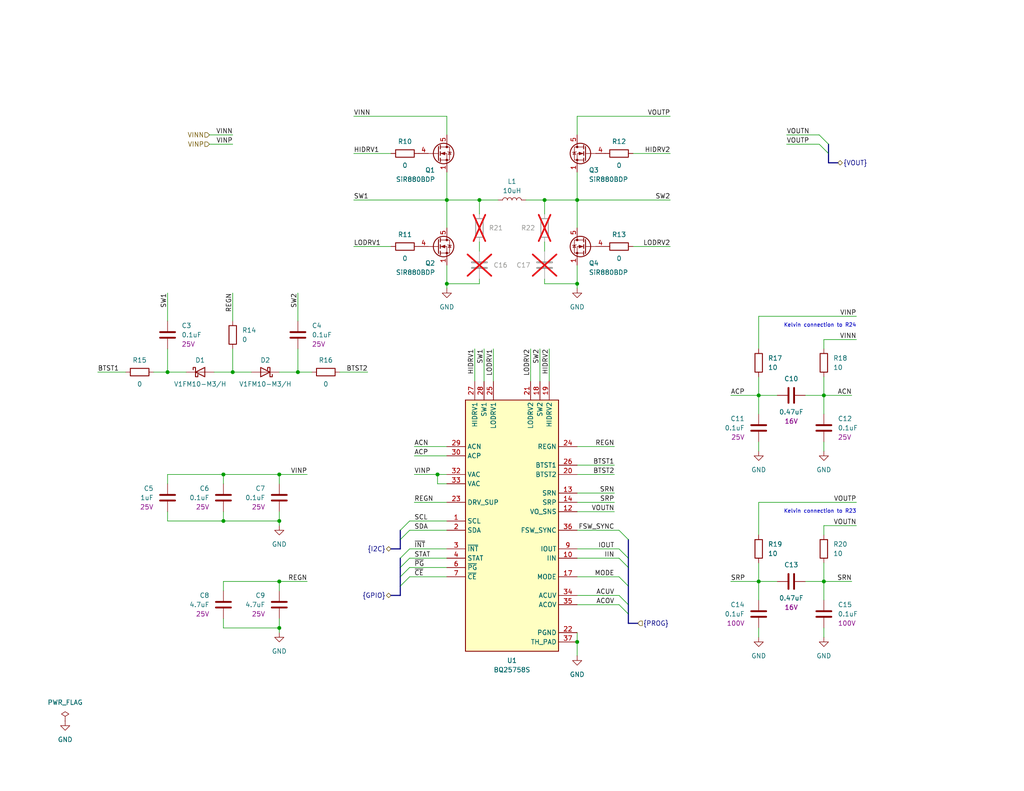
<source format=kicad_sch>
(kicad_sch
	(version 20250114)
	(generator "eeschema")
	(generator_version "9.0")
	(uuid "1d6a9746-5507-4eea-83e0-4f2e2723b5ef")
	(paper "USLetter")
	(title_block
		(title "I²C-PPS Controller and Power Stage")
		(date "2026-02-21")
		(rev "1")
	)
	(lib_symbols
		(symbol "Device:C"
			(pin_numbers
				(hide yes)
			)
			(pin_names
				(offset 0.254)
			)
			(exclude_from_sim no)
			(in_bom yes)
			(on_board yes)
			(property "Reference" "C"
				(at 0.635 2.54 0)
				(effects
					(font
						(size 1.27 1.27)
					)
					(justify left)
				)
			)
			(property "Value" "C"
				(at 0.635 -2.54 0)
				(effects
					(font
						(size 1.27 1.27)
					)
					(justify left)
				)
			)
			(property "Footprint" ""
				(at 0.9652 -3.81 0)
				(effects
					(font
						(size 1.27 1.27)
					)
					(hide yes)
				)
			)
			(property "Datasheet" "~"
				(at 0 0 0)
				(effects
					(font
						(size 1.27 1.27)
					)
					(hide yes)
				)
			)
			(property "Description" "Unpolarized capacitor"
				(at 0 0 0)
				(effects
					(font
						(size 1.27 1.27)
					)
					(hide yes)
				)
			)
			(property "ki_keywords" "cap capacitor"
				(at 0 0 0)
				(effects
					(font
						(size 1.27 1.27)
					)
					(hide yes)
				)
			)
			(property "ki_fp_filters" "C_*"
				(at 0 0 0)
				(effects
					(font
						(size 1.27 1.27)
					)
					(hide yes)
				)
			)
			(symbol "C_0_1"
				(polyline
					(pts
						(xy -2.032 0.762) (xy 2.032 0.762)
					)
					(stroke
						(width 0.508)
						(type default)
					)
					(fill
						(type none)
					)
				)
				(polyline
					(pts
						(xy -2.032 -0.762) (xy 2.032 -0.762)
					)
					(stroke
						(width 0.508)
						(type default)
					)
					(fill
						(type none)
					)
				)
			)
			(symbol "C_1_1"
				(pin passive line
					(at 0 3.81 270)
					(length 2.794)
					(name "~"
						(effects
							(font
								(size 1.27 1.27)
							)
						)
					)
					(number "1"
						(effects
							(font
								(size 1.27 1.27)
							)
						)
					)
				)
				(pin passive line
					(at 0 -3.81 90)
					(length 2.794)
					(name "~"
						(effects
							(font
								(size 1.27 1.27)
							)
						)
					)
					(number "2"
						(effects
							(font
								(size 1.27 1.27)
							)
						)
					)
				)
			)
			(embedded_fonts no)
		)
		(symbol "Device:D_Schottky"
			(pin_numbers
				(hide yes)
			)
			(pin_names
				(offset 1.016)
				(hide yes)
			)
			(exclude_from_sim no)
			(in_bom yes)
			(on_board yes)
			(property "Reference" "D"
				(at 0 2.54 0)
				(effects
					(font
						(size 1.27 1.27)
					)
				)
			)
			(property "Value" "D_Schottky"
				(at 0 -2.54 0)
				(effects
					(font
						(size 1.27 1.27)
					)
				)
			)
			(property "Footprint" ""
				(at 0 0 0)
				(effects
					(font
						(size 1.27 1.27)
					)
					(hide yes)
				)
			)
			(property "Datasheet" "~"
				(at 0 0 0)
				(effects
					(font
						(size 1.27 1.27)
					)
					(hide yes)
				)
			)
			(property "Description" "Schottky diode"
				(at 0 0 0)
				(effects
					(font
						(size 1.27 1.27)
					)
					(hide yes)
				)
			)
			(property "ki_keywords" "diode Schottky"
				(at 0 0 0)
				(effects
					(font
						(size 1.27 1.27)
					)
					(hide yes)
				)
			)
			(property "ki_fp_filters" "TO-???* *_Diode_* *SingleDiode* D_*"
				(at 0 0 0)
				(effects
					(font
						(size 1.27 1.27)
					)
					(hide yes)
				)
			)
			(symbol "D_Schottky_0_1"
				(polyline
					(pts
						(xy -1.905 0.635) (xy -1.905 1.27) (xy -1.27 1.27) (xy -1.27 -1.27) (xy -0.635 -1.27) (xy -0.635 -0.635)
					)
					(stroke
						(width 0.254)
						(type default)
					)
					(fill
						(type none)
					)
				)
				(polyline
					(pts
						(xy 1.27 1.27) (xy 1.27 -1.27) (xy -1.27 0) (xy 1.27 1.27)
					)
					(stroke
						(width 0.254)
						(type default)
					)
					(fill
						(type none)
					)
				)
				(polyline
					(pts
						(xy 1.27 0) (xy -1.27 0)
					)
					(stroke
						(width 0)
						(type default)
					)
					(fill
						(type none)
					)
				)
			)
			(symbol "D_Schottky_1_1"
				(pin passive line
					(at -3.81 0 0)
					(length 2.54)
					(name "K"
						(effects
							(font
								(size 1.27 1.27)
							)
						)
					)
					(number "1"
						(effects
							(font
								(size 1.27 1.27)
							)
						)
					)
				)
				(pin passive line
					(at 3.81 0 180)
					(length 2.54)
					(name "A"
						(effects
							(font
								(size 1.27 1.27)
							)
						)
					)
					(number "2"
						(effects
							(font
								(size 1.27 1.27)
							)
						)
					)
				)
			)
			(embedded_fonts no)
		)
		(symbol "Device:L"
			(pin_numbers
				(hide yes)
			)
			(pin_names
				(offset 1.016)
				(hide yes)
			)
			(exclude_from_sim no)
			(in_bom yes)
			(on_board yes)
			(property "Reference" "L"
				(at -1.27 0 90)
				(effects
					(font
						(size 1.27 1.27)
					)
				)
			)
			(property "Value" "L"
				(at 1.905 0 90)
				(effects
					(font
						(size 1.27 1.27)
					)
				)
			)
			(property "Footprint" ""
				(at 0 0 0)
				(effects
					(font
						(size 1.27 1.27)
					)
					(hide yes)
				)
			)
			(property "Datasheet" "~"
				(at 0 0 0)
				(effects
					(font
						(size 1.27 1.27)
					)
					(hide yes)
				)
			)
			(property "Description" "Inductor"
				(at 0 0 0)
				(effects
					(font
						(size 1.27 1.27)
					)
					(hide yes)
				)
			)
			(property "ki_keywords" "inductor choke coil reactor magnetic"
				(at 0 0 0)
				(effects
					(font
						(size 1.27 1.27)
					)
					(hide yes)
				)
			)
			(property "ki_fp_filters" "Choke_* *Coil* Inductor_* L_*"
				(at 0 0 0)
				(effects
					(font
						(size 1.27 1.27)
					)
					(hide yes)
				)
			)
			(symbol "L_0_1"
				(arc
					(start 0 2.54)
					(mid 0.6323 1.905)
					(end 0 1.27)
					(stroke
						(width 0)
						(type default)
					)
					(fill
						(type none)
					)
				)
				(arc
					(start 0 1.27)
					(mid 0.6323 0.635)
					(end 0 0)
					(stroke
						(width 0)
						(type default)
					)
					(fill
						(type none)
					)
				)
				(arc
					(start 0 0)
					(mid 0.6323 -0.635)
					(end 0 -1.27)
					(stroke
						(width 0)
						(type default)
					)
					(fill
						(type none)
					)
				)
				(arc
					(start 0 -1.27)
					(mid 0.6323 -1.905)
					(end 0 -2.54)
					(stroke
						(width 0)
						(type default)
					)
					(fill
						(type none)
					)
				)
			)
			(symbol "L_1_1"
				(pin passive line
					(at 0 3.81 270)
					(length 1.27)
					(name "1"
						(effects
							(font
								(size 1.27 1.27)
							)
						)
					)
					(number "1"
						(effects
							(font
								(size 1.27 1.27)
							)
						)
					)
				)
				(pin passive line
					(at 0 -3.81 90)
					(length 1.27)
					(name "2"
						(effects
							(font
								(size 1.27 1.27)
							)
						)
					)
					(number "2"
						(effects
							(font
								(size 1.27 1.27)
							)
						)
					)
				)
			)
			(embedded_fonts no)
		)
		(symbol "Device:R"
			(pin_numbers
				(hide yes)
			)
			(pin_names
				(offset 0)
			)
			(exclude_from_sim no)
			(in_bom yes)
			(on_board yes)
			(property "Reference" "R"
				(at 2.032 0 90)
				(effects
					(font
						(size 1.27 1.27)
					)
				)
			)
			(property "Value" "R"
				(at 0 0 90)
				(effects
					(font
						(size 1.27 1.27)
					)
				)
			)
			(property "Footprint" ""
				(at -1.778 0 90)
				(effects
					(font
						(size 1.27 1.27)
					)
					(hide yes)
				)
			)
			(property "Datasheet" "~"
				(at 0 0 0)
				(effects
					(font
						(size 1.27 1.27)
					)
					(hide yes)
				)
			)
			(property "Description" "Resistor"
				(at 0 0 0)
				(effects
					(font
						(size 1.27 1.27)
					)
					(hide yes)
				)
			)
			(property "ki_keywords" "R res resistor"
				(at 0 0 0)
				(effects
					(font
						(size 1.27 1.27)
					)
					(hide yes)
				)
			)
			(property "ki_fp_filters" "R_*"
				(at 0 0 0)
				(effects
					(font
						(size 1.27 1.27)
					)
					(hide yes)
				)
			)
			(symbol "R_0_1"
				(rectangle
					(start -1.016 -2.54)
					(end 1.016 2.54)
					(stroke
						(width 0.254)
						(type default)
					)
					(fill
						(type none)
					)
				)
			)
			(symbol "R_1_1"
				(pin passive line
					(at 0 3.81 270)
					(length 1.27)
					(name "~"
						(effects
							(font
								(size 1.27 1.27)
							)
						)
					)
					(number "1"
						(effects
							(font
								(size 1.27 1.27)
							)
						)
					)
				)
				(pin passive line
					(at 0 -3.81 90)
					(length 1.27)
					(name "~"
						(effects
							(font
								(size 1.27 1.27)
							)
						)
					)
					(number "2"
						(effects
							(font
								(size 1.27 1.27)
							)
						)
					)
				)
			)
			(embedded_fonts no)
		)
		(symbol "SiR880BDP_1"
			(pin_names
				(hide yes)
			)
			(exclude_from_sim no)
			(in_bom yes)
			(on_board yes)
			(property "Reference" "Q"
				(at 5.08 1.905 0)
				(effects
					(font
						(size 1.27 1.27)
					)
					(justify left)
				)
			)
			(property "Value" "SiR880BDP"
				(at 5.08 0 0)
				(effects
					(font
						(size 1.27 1.27)
					)
					(justify left)
				)
			)
			(property "Footprint" "Package_SO:PowerPAK_SO-8_Single"
				(at 5.08 -1.905 0)
				(effects
					(font
						(size 1.27 1.27)
						(italic yes)
					)
					(justify left)
					(hide yes)
				)
			)
			(property "Datasheet" "https://www.vishay.com/docs/63031/sir880bdp.pdf"
				(at 5.08 -3.81 0)
				(effects
					(font
						(size 1.27 1.27)
					)
					(justify left)
					(hide yes)
				)
			)
			(property "Description" "70.6A Id, 80V Vds N-Channel MOSFET, 6.2mOhm Ron, 19.5nC Qg(typ), PowerPAK-8"
				(at 0 0 0)
				(effects
					(font
						(size 1.27 1.27)
					)
					(hide yes)
				)
			)
			(property "Manufacturer" "Vishay Siliconix"
				(at 0 0 0)
				(effects
					(font
						(size 1.27 1.27)
					)
					(hide yes)
				)
			)
			(property "ki_keywords" "NMOS NFET Vishay"
				(at 0 0 0)
				(effects
					(font
						(size 1.27 1.27)
					)
					(hide yes)
				)
			)
			(property "ki_fp_filters" "PowerPAK*SO*Single*"
				(at 0 0 0)
				(effects
					(font
						(size 1.27 1.27)
					)
					(hide yes)
				)
			)
			(symbol "SiR880BDP_1_0_1"
				(polyline
					(pts
						(xy 0.254 1.905) (xy 0.254 -1.905)
					)
					(stroke
						(width 0.254)
						(type default)
					)
					(fill
						(type none)
					)
				)
				(polyline
					(pts
						(xy 0.254 0) (xy -2.54 0)
					)
					(stroke
						(width 0)
						(type default)
					)
					(fill
						(type none)
					)
				)
				(polyline
					(pts
						(xy 0.762 2.286) (xy 0.762 1.27)
					)
					(stroke
						(width 0.254)
						(type default)
					)
					(fill
						(type none)
					)
				)
				(polyline
					(pts
						(xy 0.762 0.508) (xy 0.762 -0.508)
					)
					(stroke
						(width 0.254)
						(type default)
					)
					(fill
						(type none)
					)
				)
				(polyline
					(pts
						(xy 0.762 -1.27) (xy 0.762 -2.286)
					)
					(stroke
						(width 0.254)
						(type default)
					)
					(fill
						(type none)
					)
				)
				(polyline
					(pts
						(xy 0.762 -1.778) (xy 3.302 -1.778) (xy 3.302 1.778) (xy 0.762 1.778)
					)
					(stroke
						(width 0)
						(type default)
					)
					(fill
						(type none)
					)
				)
				(polyline
					(pts
						(xy 1.016 0) (xy 2.032 0.381) (xy 2.032 -0.381) (xy 1.016 0)
					)
					(stroke
						(width 0)
						(type default)
					)
					(fill
						(type outline)
					)
				)
				(circle
					(center 1.651 0)
					(radius 2.794)
					(stroke
						(width 0.254)
						(type default)
					)
					(fill
						(type none)
					)
				)
				(polyline
					(pts
						(xy 2.54 2.54) (xy 2.54 1.778)
					)
					(stroke
						(width 0)
						(type default)
					)
					(fill
						(type none)
					)
				)
				(circle
					(center 2.54 1.778)
					(radius 0.254)
					(stroke
						(width 0)
						(type default)
					)
					(fill
						(type outline)
					)
				)
				(circle
					(center 2.54 -1.778)
					(radius 0.254)
					(stroke
						(width 0)
						(type default)
					)
					(fill
						(type outline)
					)
				)
				(polyline
					(pts
						(xy 2.54 -2.54) (xy 2.54 0) (xy 0.762 0)
					)
					(stroke
						(width 0)
						(type default)
					)
					(fill
						(type none)
					)
				)
				(polyline
					(pts
						(xy 2.794 0.508) (xy 2.921 0.381) (xy 3.683 0.381) (xy 3.81 0.254)
					)
					(stroke
						(width 0)
						(type default)
					)
					(fill
						(type none)
					)
				)
				(polyline
					(pts
						(xy 3.302 0.381) (xy 2.921 -0.254) (xy 3.683 -0.254) (xy 3.302 0.381)
					)
					(stroke
						(width 0)
						(type default)
					)
					(fill
						(type none)
					)
				)
			)
			(symbol "SiR880BDP_1_1_1"
				(pin input line
					(at -5.08 0 0)
					(length 2.54)
					(name "G"
						(effects
							(font
								(size 1.27 1.27)
							)
						)
					)
					(number "4"
						(effects
							(font
								(size 1.27 1.27)
							)
						)
					)
				)
				(pin passive line
					(at 2.54 5.08 270)
					(length 2.54)
					(name "D"
						(effects
							(font
								(size 1.27 1.27)
							)
						)
					)
					(number "5"
						(effects
							(font
								(size 1.27 1.27)
							)
						)
					)
				)
				(pin passive line
					(at 2.54 -5.08 90)
					(length 2.54)
					(name "S"
						(effects
							(font
								(size 1.27 1.27)
							)
						)
					)
					(number "1"
						(effects
							(font
								(size 1.27 1.27)
							)
						)
					)
				)
				(pin passive line
					(at 2.54 -5.08 90)
					(length 2.54)
					(hide yes)
					(name "S"
						(effects
							(font
								(size 1.27 1.27)
							)
						)
					)
					(number "2"
						(effects
							(font
								(size 1.27 1.27)
							)
						)
					)
				)
				(pin passive line
					(at 2.54 -5.08 90)
					(length 2.54)
					(hide yes)
					(name "S"
						(effects
							(font
								(size 1.27 1.27)
							)
						)
					)
					(number "3"
						(effects
							(font
								(size 1.27 1.27)
							)
						)
					)
				)
			)
			(embedded_fonts no)
		)
		(symbol "i2c-pps-hw:BQ25758S"
			(exclude_from_sim no)
			(in_bom yes)
			(on_board yes)
			(property "Reference" "U"
				(at -11.43 -35.56 0)
				(effects
					(font
						(size 1.27 1.27)
					)
					(justify left top)
				)
			)
			(property "Value" "BQ25758S"
				(at 11.43 -35.56 0)
				(effects
					(font
						(size 1.27 1.27)
					)
					(justify right top)
				)
			)
			(property "Footprint" "i2c-pps-hw:VQFN36_RRV_TEX"
				(at 0 -62.484 0)
				(effects
					(font
						(size 1.27 1.27)
					)
					(hide yes)
				)
			)
			(property "Datasheet" "https://www.ti.com/lit/ds/symlink/bq25758s.pdf"
				(at 0 0 0)
				(effects
					(font
						(size 1.27 1.27)
					)
					(hide yes)
				)
			)
			(property "Description" "I2C Controlled, Bidirectional Buck-Boost Controller, 4.4-26V Input, 3.3-26V Output, 26V"
				(at 0 0 0)
				(effects
					(font
						(size 1.27 1.27)
					)
					(hide yes)
				)
			)
			(property "Manufacturer" "Texas Instruments"
				(at 0 0 0)
				(effects
					(font
						(size 1.27 1.27)
					)
					(hide yes)
				)
			)
			(property "ki_keywords" "Texas-Instruments I2C bidirectional switched-mode buck-boost converter"
				(at 0 0 0)
				(effects
					(font
						(size 1.27 1.27)
					)
					(hide yes)
				)
			)
			(property "ki_fp_filters" "*VQFN*4x4mm?P0.4mm*"
				(at 0 0 0)
				(effects
					(font
						(size 1.27 1.27)
					)
					(hide yes)
				)
			)
			(symbol "BQ25758S_0_1"
				(rectangle
					(start -12.7 34.29)
					(end 12.7 -34.29)
					(stroke
						(width 0.254)
						(type default)
					)
					(fill
						(type background)
					)
				)
			)
			(symbol "BQ25758S_1_1"
				(pin input line
					(at -17.78 21.59 0)
					(length 5.08)
					(name "ACN"
						(effects
							(font
								(size 1.27 1.27)
							)
						)
					)
					(number "29"
						(effects
							(font
								(size 1.27 1.27)
							)
						)
					)
				)
				(pin input line
					(at -17.78 19.05 0)
					(length 5.08)
					(name "ACP"
						(effects
							(font
								(size 1.27 1.27)
							)
						)
					)
					(number "30"
						(effects
							(font
								(size 1.27 1.27)
							)
						)
					)
				)
				(pin power_in line
					(at -17.78 13.97 0)
					(length 5.08)
					(name "VAC"
						(effects
							(font
								(size 1.27 1.27)
							)
						)
					)
					(number "32"
						(effects
							(font
								(size 1.27 1.27)
							)
						)
					)
				)
				(pin power_in line
					(at -17.78 11.43 0)
					(length 5.08)
					(name "VAC"
						(effects
							(font
								(size 1.27 1.27)
							)
						)
					)
					(number "33"
						(effects
							(font
								(size 1.27 1.27)
							)
						)
					)
				)
				(pin power_in line
					(at -17.78 6.35 0)
					(length 5.08)
					(name "DRV_SUP"
						(effects
							(font
								(size 1.27 1.27)
							)
						)
					)
					(number "23"
						(effects
							(font
								(size 1.27 1.27)
							)
						)
					)
				)
				(pin input line
					(at -17.78 1.27 0)
					(length 5.08)
					(name "SCL"
						(effects
							(font
								(size 1.27 1.27)
							)
						)
					)
					(number "1"
						(effects
							(font
								(size 1.27 1.27)
							)
						)
					)
				)
				(pin bidirectional line
					(at -17.78 -1.27 0)
					(length 5.08)
					(name "SDA"
						(effects
							(font
								(size 1.27 1.27)
							)
						)
					)
					(number "2"
						(effects
							(font
								(size 1.27 1.27)
							)
						)
					)
				)
				(pin open_collector line
					(at -17.78 -6.35 0)
					(length 5.08)
					(name "~{INT}"
						(effects
							(font
								(size 1.27 1.27)
							)
						)
					)
					(number "3"
						(effects
							(font
								(size 1.27 1.27)
							)
						)
					)
				)
				(pin open_collector line
					(at -17.78 -8.89 0)
					(length 5.08)
					(name "STAT"
						(effects
							(font
								(size 1.27 1.27)
							)
						)
					)
					(number "4"
						(effects
							(font
								(size 1.27 1.27)
							)
						)
					)
				)
				(pin open_collector line
					(at -17.78 -11.43 0)
					(length 5.08)
					(name "~{PG}"
						(effects
							(font
								(size 1.27 1.27)
							)
						)
					)
					(number "6"
						(effects
							(font
								(size 1.27 1.27)
							)
						)
					)
					(alternate "STAT3" open_collector line)
				)
				(pin bidirectional line
					(at -17.78 -13.97 0)
					(length 5.08)
					(name "~{CE}"
						(effects
							(font
								(size 1.27 1.27)
							)
						)
					)
					(number "7"
						(effects
							(font
								(size 1.27 1.27)
							)
						)
					)
					(alternate "STAT4" output line)
				)
				(pin no_connect line
					(at -17.78 -19.05 0)
					(length 5.08)
					(hide yes)
					(name "NC"
						(effects
							(font
								(size 1.27 1.27)
							)
						)
					)
					(number "5"
						(effects
							(font
								(size 1.27 1.27)
							)
						)
					)
				)
				(pin no_connect line
					(at -17.78 -21.59 0)
					(length 5.08)
					(hide yes)
					(name "NC"
						(effects
							(font
								(size 1.27 1.27)
							)
						)
					)
					(number "8"
						(effects
							(font
								(size 1.27 1.27)
							)
						)
					)
				)
				(pin no_connect line
					(at -17.78 -24.13 0)
					(length 5.08)
					(hide yes)
					(name "NC"
						(effects
							(font
								(size 1.27 1.27)
							)
						)
					)
					(number "11"
						(effects
							(font
								(size 1.27 1.27)
							)
						)
					)
				)
				(pin no_connect line
					(at -17.78 -26.67 0)
					(length 5.08)
					(hide yes)
					(name "NC"
						(effects
							(font
								(size 1.27 1.27)
							)
						)
					)
					(number "15"
						(effects
							(font
								(size 1.27 1.27)
							)
						)
					)
				)
				(pin no_connect line
					(at -17.78 -29.21 0)
					(length 5.08)
					(hide yes)
					(name "NC"
						(effects
							(font
								(size 1.27 1.27)
							)
						)
					)
					(number "16"
						(effects
							(font
								(size 1.27 1.27)
							)
						)
					)
				)
				(pin no_connect line
					(at -17.78 -31.75 0)
					(length 5.08)
					(hide yes)
					(name "NC"
						(effects
							(font
								(size 1.27 1.27)
							)
						)
					)
					(number "31"
						(effects
							(font
								(size 1.27 1.27)
							)
						)
					)
				)
				(pin output line
					(at -10.16 39.37 270)
					(length 5.08)
					(name "HIDRV1"
						(effects
							(font
								(size 1.27 1.27)
							)
						)
					)
					(number "27"
						(effects
							(font
								(size 1.27 1.27)
							)
						)
					)
				)
				(pin input line
					(at -7.62 39.37 270)
					(length 5.08)
					(name "SW1"
						(effects
							(font
								(size 1.27 1.27)
							)
						)
					)
					(number "28"
						(effects
							(font
								(size 1.27 1.27)
							)
						)
					)
				)
				(pin output line
					(at -5.08 39.37 270)
					(length 5.08)
					(name "LODRV1"
						(effects
							(font
								(size 1.27 1.27)
							)
						)
					)
					(number "25"
						(effects
							(font
								(size 1.27 1.27)
							)
						)
					)
				)
				(pin output line
					(at 5.08 39.37 270)
					(length 5.08)
					(name "LODRV2"
						(effects
							(font
								(size 1.27 1.27)
							)
						)
					)
					(number "21"
						(effects
							(font
								(size 1.27 1.27)
							)
						)
					)
				)
				(pin input line
					(at 7.62 39.37 270)
					(length 5.08)
					(name "SW2"
						(effects
							(font
								(size 1.27 1.27)
							)
						)
					)
					(number "18"
						(effects
							(font
								(size 1.27 1.27)
							)
						)
					)
				)
				(pin output line
					(at 10.16 39.37 270)
					(length 5.08)
					(name "HIDRV2"
						(effects
							(font
								(size 1.27 1.27)
							)
						)
					)
					(number "19"
						(effects
							(font
								(size 1.27 1.27)
							)
						)
					)
				)
				(pin power_out line
					(at 17.78 21.59 180)
					(length 5.08)
					(name "REGN"
						(effects
							(font
								(size 1.27 1.27)
							)
						)
					)
					(number "24"
						(effects
							(font
								(size 1.27 1.27)
							)
						)
					)
				)
				(pin power_in line
					(at 17.78 16.51 180)
					(length 5.08)
					(name "BTST1"
						(effects
							(font
								(size 1.27 1.27)
							)
						)
					)
					(number "26"
						(effects
							(font
								(size 1.27 1.27)
							)
						)
					)
				)
				(pin power_in line
					(at 17.78 13.97 180)
					(length 5.08)
					(name "BTST2"
						(effects
							(font
								(size 1.27 1.27)
							)
						)
					)
					(number "20"
						(effects
							(font
								(size 1.27 1.27)
							)
						)
					)
				)
				(pin input line
					(at 17.78 8.89 180)
					(length 5.08)
					(name "SRN"
						(effects
							(font
								(size 1.27 1.27)
							)
						)
					)
					(number "13"
						(effects
							(font
								(size 1.27 1.27)
							)
						)
					)
				)
				(pin input line
					(at 17.78 6.35 180)
					(length 5.08)
					(name "SRP"
						(effects
							(font
								(size 1.27 1.27)
							)
						)
					)
					(number "14"
						(effects
							(font
								(size 1.27 1.27)
							)
						)
					)
				)
				(pin input line
					(at 17.78 3.81 180)
					(length 5.08)
					(name "VO_SNS"
						(effects
							(font
								(size 1.27 1.27)
							)
						)
					)
					(number "12"
						(effects
							(font
								(size 1.27 1.27)
							)
						)
					)
				)
				(pin input line
					(at 17.78 -1.27 180)
					(length 5.08)
					(name "FSW_SYNC"
						(effects
							(font
								(size 1.27 1.27)
							)
						)
					)
					(number "36"
						(effects
							(font
								(size 1.27 1.27)
							)
						)
					)
				)
				(pin input line
					(at 17.78 -6.35 180)
					(length 5.08)
					(name "IOUT"
						(effects
							(font
								(size 1.27 1.27)
							)
						)
					)
					(number "9"
						(effects
							(font
								(size 1.27 1.27)
							)
						)
					)
				)
				(pin input line
					(at 17.78 -8.89 180)
					(length 5.08)
					(name "IIN"
						(effects
							(font
								(size 1.27 1.27)
							)
						)
					)
					(number "10"
						(effects
							(font
								(size 1.27 1.27)
							)
						)
					)
				)
				(pin input line
					(at 17.78 -13.97 180)
					(length 5.08)
					(name "MODE"
						(effects
							(font
								(size 1.27 1.27)
							)
						)
					)
					(number "17"
						(effects
							(font
								(size 1.27 1.27)
							)
						)
					)
				)
				(pin input line
					(at 17.78 -19.05 180)
					(length 5.08)
					(name "ACUV"
						(effects
							(font
								(size 1.27 1.27)
							)
						)
					)
					(number "34"
						(effects
							(font
								(size 1.27 1.27)
							)
						)
					)
				)
				(pin input line
					(at 17.78 -21.59 180)
					(length 5.08)
					(name "ACOV"
						(effects
							(font
								(size 1.27 1.27)
							)
						)
					)
					(number "35"
						(effects
							(font
								(size 1.27 1.27)
							)
						)
					)
				)
				(pin power_in line
					(at 17.78 -29.21 180)
					(length 5.08)
					(name "PGND"
						(effects
							(font
								(size 1.27 1.27)
							)
						)
					)
					(number "22"
						(effects
							(font
								(size 1.27 1.27)
							)
						)
					)
				)
				(pin power_in line
					(at 17.78 -31.75 180)
					(length 5.08)
					(name "TH_PAD"
						(effects
							(font
								(size 1.27 1.27)
							)
						)
					)
					(number "37"
						(effects
							(font
								(size 1.27 1.27)
							)
						)
					)
				)
			)
			(embedded_fonts no)
		)
		(symbol "i2c-pps-hw:SiR880BDP"
			(pin_names
				(hide yes)
			)
			(exclude_from_sim no)
			(in_bom yes)
			(on_board yes)
			(property "Reference" "Q"
				(at 5.08 1.905 0)
				(effects
					(font
						(size 1.27 1.27)
					)
					(justify left)
				)
			)
			(property "Value" "SiR880BDP"
				(at 5.08 0 0)
				(effects
					(font
						(size 1.27 1.27)
					)
					(justify left)
				)
			)
			(property "Footprint" "Package_SO:PowerPAK_SO-8_Single"
				(at 5.08 -1.905 0)
				(effects
					(font
						(size 1.27 1.27)
						(italic yes)
					)
					(justify left)
					(hide yes)
				)
			)
			(property "Datasheet" "https://www.vishay.com/docs/63031/sir880bdp.pdf"
				(at 5.08 -3.81 0)
				(effects
					(font
						(size 1.27 1.27)
					)
					(justify left)
					(hide yes)
				)
			)
			(property "Description" "70.6A Id, 80V Vds N-Channel MOSFET, 6.2mOhm Ron, 19.5nC Qg(typ), PowerPAK-8"
				(at 0 0 0)
				(effects
					(font
						(size 1.27 1.27)
					)
					(hide yes)
				)
			)
			(property "Manufacturer" "Vishay Siliconix"
				(at 0 0 0)
				(effects
					(font
						(size 1.27 1.27)
					)
					(hide yes)
				)
			)
			(property "ki_keywords" "NMOS NFET Vishay"
				(at 0 0 0)
				(effects
					(font
						(size 1.27 1.27)
					)
					(hide yes)
				)
			)
			(property "ki_fp_filters" "PowerPAK*SO*Single*"
				(at 0 0 0)
				(effects
					(font
						(size 1.27 1.27)
					)
					(hide yes)
				)
			)
			(symbol "SiR880BDP_0_1"
				(polyline
					(pts
						(xy 0.254 1.905) (xy 0.254 -1.905)
					)
					(stroke
						(width 0.254)
						(type default)
					)
					(fill
						(type none)
					)
				)
				(polyline
					(pts
						(xy 0.254 0) (xy -2.54 0)
					)
					(stroke
						(width 0)
						(type default)
					)
					(fill
						(type none)
					)
				)
				(polyline
					(pts
						(xy 0.762 2.286) (xy 0.762 1.27)
					)
					(stroke
						(width 0.254)
						(type default)
					)
					(fill
						(type none)
					)
				)
				(polyline
					(pts
						(xy 0.762 0.508) (xy 0.762 -0.508)
					)
					(stroke
						(width 0.254)
						(type default)
					)
					(fill
						(type none)
					)
				)
				(polyline
					(pts
						(xy 0.762 -1.27) (xy 0.762 -2.286)
					)
					(stroke
						(width 0.254)
						(type default)
					)
					(fill
						(type none)
					)
				)
				(polyline
					(pts
						(xy 0.762 -1.778) (xy 3.302 -1.778) (xy 3.302 1.778) (xy 0.762 1.778)
					)
					(stroke
						(width 0)
						(type default)
					)
					(fill
						(type none)
					)
				)
				(polyline
					(pts
						(xy 1.016 0) (xy 2.032 0.381) (xy 2.032 -0.381) (xy 1.016 0)
					)
					(stroke
						(width 0)
						(type default)
					)
					(fill
						(type outline)
					)
				)
				(circle
					(center 1.651 0)
					(radius 2.794)
					(stroke
						(width 0.254)
						(type default)
					)
					(fill
						(type none)
					)
				)
				(polyline
					(pts
						(xy 2.54 2.54) (xy 2.54 1.778)
					)
					(stroke
						(width 0)
						(type default)
					)
					(fill
						(type none)
					)
				)
				(circle
					(center 2.54 1.778)
					(radius 0.254)
					(stroke
						(width 0)
						(type default)
					)
					(fill
						(type outline)
					)
				)
				(circle
					(center 2.54 -1.778)
					(radius 0.254)
					(stroke
						(width 0)
						(type default)
					)
					(fill
						(type outline)
					)
				)
				(polyline
					(pts
						(xy 2.54 -2.54) (xy 2.54 0) (xy 0.762 0)
					)
					(stroke
						(width 0)
						(type default)
					)
					(fill
						(type none)
					)
				)
				(polyline
					(pts
						(xy 2.794 0.508) (xy 2.921 0.381) (xy 3.683 0.381) (xy 3.81 0.254)
					)
					(stroke
						(width 0)
						(type default)
					)
					(fill
						(type none)
					)
				)
				(polyline
					(pts
						(xy 3.302 0.381) (xy 2.921 -0.254) (xy 3.683 -0.254) (xy 3.302 0.381)
					)
					(stroke
						(width 0)
						(type default)
					)
					(fill
						(type none)
					)
				)
			)
			(symbol "SiR880BDP_1_1"
				(pin input line
					(at -5.08 0 0)
					(length 2.54)
					(name "G"
						(effects
							(font
								(size 1.27 1.27)
							)
						)
					)
					(number "4"
						(effects
							(font
								(size 1.27 1.27)
							)
						)
					)
				)
				(pin passive line
					(at 2.54 5.08 270)
					(length 2.54)
					(name "D"
						(effects
							(font
								(size 1.27 1.27)
							)
						)
					)
					(number "5"
						(effects
							(font
								(size 1.27 1.27)
							)
						)
					)
				)
				(pin passive line
					(at 2.54 -5.08 90)
					(length 2.54)
					(name "S"
						(effects
							(font
								(size 1.27 1.27)
							)
						)
					)
					(number "1"
						(effects
							(font
								(size 1.27 1.27)
							)
						)
					)
				)
				(pin passive line
					(at 2.54 -5.08 90)
					(length 2.54)
					(hide yes)
					(name "S"
						(effects
							(font
								(size 1.27 1.27)
							)
						)
					)
					(number "2"
						(effects
							(font
								(size 1.27 1.27)
							)
						)
					)
				)
				(pin passive line
					(at 2.54 -5.08 90)
					(length 2.54)
					(hide yes)
					(name "S"
						(effects
							(font
								(size 1.27 1.27)
							)
						)
					)
					(number "3"
						(effects
							(font
								(size 1.27 1.27)
							)
						)
					)
				)
			)
			(embedded_fonts no)
		)
		(symbol "power:GND"
			(power)
			(pin_numbers
				(hide yes)
			)
			(pin_names
				(offset 0)
				(hide yes)
			)
			(exclude_from_sim no)
			(in_bom yes)
			(on_board yes)
			(property "Reference" "#PWR"
				(at 0 -6.35 0)
				(effects
					(font
						(size 1.27 1.27)
					)
					(hide yes)
				)
			)
			(property "Value" "GND"
				(at 0 -3.81 0)
				(effects
					(font
						(size 1.27 1.27)
					)
				)
			)
			(property "Footprint" ""
				(at 0 0 0)
				(effects
					(font
						(size 1.27 1.27)
					)
					(hide yes)
				)
			)
			(property "Datasheet" ""
				(at 0 0 0)
				(effects
					(font
						(size 1.27 1.27)
					)
					(hide yes)
				)
			)
			(property "Description" "Power symbol creates a global label with name \"GND\" , ground"
				(at 0 0 0)
				(effects
					(font
						(size 1.27 1.27)
					)
					(hide yes)
				)
			)
			(property "ki_keywords" "global power"
				(at 0 0 0)
				(effects
					(font
						(size 1.27 1.27)
					)
					(hide yes)
				)
			)
			(symbol "GND_0_1"
				(polyline
					(pts
						(xy 0 0) (xy 0 -1.27) (xy 1.27 -1.27) (xy 0 -2.54) (xy -1.27 -1.27) (xy 0 -1.27)
					)
					(stroke
						(width 0)
						(type default)
					)
					(fill
						(type none)
					)
				)
			)
			(symbol "GND_1_1"
				(pin power_in line
					(at 0 0 270)
					(length 0)
					(name "~"
						(effects
							(font
								(size 1.27 1.27)
							)
						)
					)
					(number "1"
						(effects
							(font
								(size 1.27 1.27)
							)
						)
					)
				)
			)
			(embedded_fonts no)
		)
		(symbol "power:PWR_FLAG"
			(power)
			(pin_numbers
				(hide yes)
			)
			(pin_names
				(offset 0)
				(hide yes)
			)
			(exclude_from_sim no)
			(in_bom yes)
			(on_board yes)
			(property "Reference" "#FLG"
				(at 0 1.905 0)
				(effects
					(font
						(size 1.27 1.27)
					)
					(hide yes)
				)
			)
			(property "Value" "PWR_FLAG"
				(at 0 3.81 0)
				(effects
					(font
						(size 1.27 1.27)
					)
				)
			)
			(property "Footprint" ""
				(at 0 0 0)
				(effects
					(font
						(size 1.27 1.27)
					)
					(hide yes)
				)
			)
			(property "Datasheet" "~"
				(at 0 0 0)
				(effects
					(font
						(size 1.27 1.27)
					)
					(hide yes)
				)
			)
			(property "Description" "Special symbol for telling ERC where power comes from"
				(at 0 0 0)
				(effects
					(font
						(size 1.27 1.27)
					)
					(hide yes)
				)
			)
			(property "ki_keywords" "flag power"
				(at 0 0 0)
				(effects
					(font
						(size 1.27 1.27)
					)
					(hide yes)
				)
			)
			(symbol "PWR_FLAG_0_0"
				(pin power_out line
					(at 0 0 90)
					(length 0)
					(name "~"
						(effects
							(font
								(size 1.27 1.27)
							)
						)
					)
					(number "1"
						(effects
							(font
								(size 1.27 1.27)
							)
						)
					)
				)
			)
			(symbol "PWR_FLAG_0_1"
				(polyline
					(pts
						(xy 0 0) (xy 0 1.27) (xy -1.016 1.905) (xy 0 2.54) (xy 1.016 1.905) (xy 0 1.27)
					)
					(stroke
						(width 0)
						(type default)
					)
					(fill
						(type none)
					)
				)
			)
			(embedded_fonts no)
		)
	)
	(bus_alias "CSIN"
		(members "CSINN" "CSINP")
	)
	(bus_alias "GPIO"
		(members "~{INT}" "STAT" "~{PG}" "~{CE}")
	)
	(bus_alias "I2C"
		(members "SCL" "SDA")
	)
	(bus_alias "PROG"
		(members "FSW_SYNC" "IOUT" "IIN" "MODE" "ACUV" "ACOV")
	)
	(bus_alias "VOUT"
		(members "VOUTN" "VOUTP")
	)
	(text "Kelvin connection to R24"
		(exclude_from_sim no)
		(at 233.68 88.9 0)
		(effects
			(font
				(size 1.016 1.016)
			)
			(justify right)
		)
		(uuid "4626b556-92b3-40cc-8f2e-5372ab47ec66")
	)
	(text "Kelvin connection to R23"
		(exclude_from_sim no)
		(at 233.68 139.7 0)
		(effects
			(font
				(size 1.016 1.016)
			)
			(justify right)
		)
		(uuid "d4984eaf-f238-472b-bfbf-e84fce3d5fb7")
	)
	(junction
		(at 63.5 101.6)
		(diameter 0)
		(color 0 0 0 0)
		(uuid "016e05f3-4b94-42f9-8ac7-cd5604d7485e")
	)
	(junction
		(at 76.2 158.75)
		(diameter 0)
		(color 0 0 0 0)
		(uuid "16735d6e-5778-46b4-8e70-0325be491af0")
	)
	(junction
		(at 207.01 107.95)
		(diameter 0)
		(color 0 0 0 0)
		(uuid "16c318d7-1b3e-4d4c-820b-c59e74d0b15a")
	)
	(junction
		(at 81.28 101.6)
		(diameter 0)
		(color 0 0 0 0)
		(uuid "1d473759-8fa5-4e8c-9c3d-138790a4f23f")
	)
	(junction
		(at 60.96 129.54)
		(diameter 0)
		(color 0 0 0 0)
		(uuid "2b4950c1-dee8-4d51-bad5-78e691335598")
	)
	(junction
		(at 130.81 54.61)
		(diameter 0)
		(color 0 0 0 0)
		(uuid "33d0f4d8-cb9d-4aad-9dcd-95f62c68b1d9")
	)
	(junction
		(at 121.92 77.47)
		(diameter 0)
		(color 0 0 0 0)
		(uuid "432d403c-ae50-4050-a7c1-55692e20d64f")
	)
	(junction
		(at 224.79 107.95)
		(diameter 0)
		(color 0 0 0 0)
		(uuid "4575b70a-d421-42cc-bc83-287a38b76a63")
	)
	(junction
		(at 157.48 54.61)
		(diameter 0)
		(color 0 0 0 0)
		(uuid "5c41ee3c-a802-4fa5-a0af-b0ef88ee7777")
	)
	(junction
		(at 76.2 142.24)
		(diameter 0)
		(color 0 0 0 0)
		(uuid "6329f3d8-4070-4243-8048-12884a920969")
	)
	(junction
		(at 76.2 129.54)
		(diameter 0)
		(color 0 0 0 0)
		(uuid "78bcfe34-929f-42fc-99cd-9c6f0a0a5a93")
	)
	(junction
		(at 121.92 54.61)
		(diameter 0)
		(color 0 0 0 0)
		(uuid "7f1b0dab-2db3-44cf-a393-03238703b00e")
	)
	(junction
		(at 157.48 175.26)
		(diameter 0)
		(color 0 0 0 0)
		(uuid "8101e2a6-4784-46ff-8657-bce5b4c040d1")
	)
	(junction
		(at 76.2 171.45)
		(diameter 0)
		(color 0 0 0 0)
		(uuid "83d20f57-495f-4536-ae2b-322e93f4e7ec")
	)
	(junction
		(at 157.48 77.47)
		(diameter 0)
		(color 0 0 0 0)
		(uuid "9585ee85-fec7-49b8-839b-211bf6dadd9f")
	)
	(junction
		(at 148.59 54.61)
		(diameter 0)
		(color 0 0 0 0)
		(uuid "aae637c8-eeca-4dc3-ba07-23b7f0e5c14a")
	)
	(junction
		(at 119.38 129.54)
		(diameter 0)
		(color 0 0 0 0)
		(uuid "ab133410-cdf5-48dc-ad06-7b6173484d7b")
	)
	(junction
		(at 60.96 142.24)
		(diameter 0)
		(color 0 0 0 0)
		(uuid "abe262e0-edd2-4869-9670-6c9bb1aca968")
	)
	(junction
		(at 45.72 101.6)
		(diameter 0)
		(color 0 0 0 0)
		(uuid "b8e5fb09-e700-4071-bb5a-d926eaecc7da")
	)
	(junction
		(at 207.01 158.75)
		(diameter 0)
		(color 0 0 0 0)
		(uuid "c05b5c24-0cea-4d01-9cb5-8325b0a3c582")
	)
	(junction
		(at 224.79 158.75)
		(diameter 0)
		(color 0 0 0 0)
		(uuid "c99b7023-0d60-476d-b4f9-f5c7e422d97f")
	)
	(bus_entry
		(at 223.52 39.37)
		(size 2.54 2.54)
		(stroke
			(width 0)
			(type default)
		)
		(uuid "0c5ae244-6019-4fa8-8626-f713082f64e0")
	)
	(bus_entry
		(at 168.91 144.78)
		(size 2.54 2.54)
		(stroke
			(width 0)
			(type default)
		)
		(uuid "1dc2a51f-c160-4d7a-80b4-bd4d03b13df0")
	)
	(bus_entry
		(at 223.52 36.83)
		(size 2.54 2.54)
		(stroke
			(width 0)
			(type default)
		)
		(uuid "1e4fb43d-e01c-49dd-bf64-c8fccdcf2c2f")
	)
	(bus_entry
		(at 111.76 142.24)
		(size -2.54 2.54)
		(stroke
			(width 0)
			(type default)
		)
		(uuid "32068ce7-a05b-4ef1-ba85-4d03e7511986")
	)
	(bus_entry
		(at 168.91 165.1)
		(size 2.54 2.54)
		(stroke
			(width 0)
			(type default)
		)
		(uuid "3c6a71a3-1fb6-4d01-b2a2-1331bc808e99")
	)
	(bus_entry
		(at 168.91 157.48)
		(size 2.54 2.54)
		(stroke
			(width 0)
			(type default)
		)
		(uuid "4f827b54-5e42-42db-93a0-8247392defd4")
	)
	(bus_entry
		(at 111.76 157.48)
		(size -2.54 2.54)
		(stroke
			(width 0)
			(type default)
		)
		(uuid "528ed727-cda1-45a2-8574-3b12566c93a1")
	)
	(bus_entry
		(at 111.76 152.4)
		(size -2.54 2.54)
		(stroke
			(width 0)
			(type default)
		)
		(uuid "5d900e91-2bdd-4490-aad6-4c5baef94769")
	)
	(bus_entry
		(at 168.91 149.86)
		(size 2.54 2.54)
		(stroke
			(width 0)
			(type default)
		)
		(uuid "69af6aad-51cf-402e-89e9-020e1a208bd4")
	)
	(bus_entry
		(at 111.76 154.94)
		(size -2.54 2.54)
		(stroke
			(width 0)
			(type default)
		)
		(uuid "88a1b85b-3ade-47ab-8860-dfd99ee192ac")
	)
	(bus_entry
		(at 168.91 162.56)
		(size 2.54 2.54)
		(stroke
			(width 0)
			(type default)
		)
		(uuid "981f19b4-eb78-484d-aecb-cbbb074c9284")
	)
	(bus_entry
		(at 168.91 152.4)
		(size 2.54 2.54)
		(stroke
			(width 0)
			(type default)
		)
		(uuid "a392b217-0a82-49e8-bf4c-8952ee4416f6")
	)
	(bus_entry
		(at 111.76 144.78)
		(size -2.54 2.54)
		(stroke
			(width 0)
			(type default)
		)
		(uuid "c961385c-2da7-41d5-bf74-896a1de59bd8")
	)
	(bus_entry
		(at 111.76 149.86)
		(size -2.54 2.54)
		(stroke
			(width 0)
			(type default)
		)
		(uuid "fb5dc2d9-a8c1-4641-acb8-454683f779bc")
	)
	(wire
		(pts
			(xy 148.59 54.61) (xy 148.59 58.42)
		)
		(stroke
			(width 0)
			(type default)
		)
		(uuid "01ee2c20-0ddf-4c6e-addb-3fff8848ae7a")
	)
	(wire
		(pts
			(xy 148.59 66.04) (xy 148.59 68.58)
		)
		(stroke
			(width 0)
			(type default)
		)
		(uuid "04f69fb6-9e2b-414e-a2b0-f15e4ec5401e")
	)
	(wire
		(pts
			(xy 148.59 54.61) (xy 157.48 54.61)
		)
		(stroke
			(width 0)
			(type default)
		)
		(uuid "06a19da5-5988-497a-8084-f507f40cf6d0")
	)
	(bus
		(pts
			(xy 171.45 154.94) (xy 171.45 160.02)
		)
		(stroke
			(width 0)
			(type default)
		)
		(uuid "078abf1a-f15c-4b1f-b309-8a88c80407bc")
	)
	(wire
		(pts
			(xy 207.01 107.95) (xy 207.01 113.03)
		)
		(stroke
			(width 0)
			(type default)
		)
		(uuid "079c0bd2-c8d5-40b1-935b-5904498fb210")
	)
	(wire
		(pts
			(xy 134.62 95.25) (xy 134.62 104.14)
		)
		(stroke
			(width 0)
			(type default)
		)
		(uuid "07c3fee8-539f-474b-8f07-e9bd6857ebef")
	)
	(wire
		(pts
			(xy 45.72 80.01) (xy 45.72 87.63)
		)
		(stroke
			(width 0)
			(type default)
		)
		(uuid "085a1bbd-d683-4f6d-a4a2-14d35615f861")
	)
	(wire
		(pts
			(xy 111.76 154.94) (xy 121.92 154.94)
		)
		(stroke
			(width 0)
			(type default)
		)
		(uuid "0adb7757-7c83-46e1-977c-63d2943c662b")
	)
	(wire
		(pts
			(xy 45.72 129.54) (xy 60.96 129.54)
		)
		(stroke
			(width 0)
			(type default)
		)
		(uuid "0b568256-0be9-4341-bb35-89ef961ff64b")
	)
	(wire
		(pts
			(xy 224.79 107.95) (xy 224.79 113.03)
		)
		(stroke
			(width 0)
			(type default)
		)
		(uuid "0f936652-109e-4156-b591-04ecd9f125c0")
	)
	(wire
		(pts
			(xy 76.2 142.24) (xy 76.2 143.51)
		)
		(stroke
			(width 0)
			(type default)
		)
		(uuid "11a3c992-6b5b-47c9-8fe8-ec4acad54798")
	)
	(wire
		(pts
			(xy 63.5 101.6) (xy 58.42 101.6)
		)
		(stroke
			(width 0)
			(type default)
		)
		(uuid "122b3ad8-c3ae-47f5-8447-6de16e7c57a2")
	)
	(wire
		(pts
			(xy 232.41 107.95) (xy 224.79 107.95)
		)
		(stroke
			(width 0)
			(type default)
		)
		(uuid "13f32c38-591b-4181-bc37-592acf349c3e")
	)
	(wire
		(pts
			(xy 113.03 121.92) (xy 121.92 121.92)
		)
		(stroke
			(width 0)
			(type default)
		)
		(uuid "14cf1cfc-4ab3-40d7-96c5-f8af55cb0c4b")
	)
	(wire
		(pts
			(xy 121.92 36.83) (xy 121.92 31.75)
		)
		(stroke
			(width 0)
			(type default)
		)
		(uuid "15cdb780-7f67-43c4-ae32-d045e69cca21")
	)
	(wire
		(pts
			(xy 119.38 129.54) (xy 121.92 129.54)
		)
		(stroke
			(width 0)
			(type default)
		)
		(uuid "16e8363c-9e58-4e3e-ada9-51838b32ae0c")
	)
	(wire
		(pts
			(xy 111.76 149.86) (xy 121.92 149.86)
		)
		(stroke
			(width 0)
			(type default)
		)
		(uuid "1bfdf4b6-d217-4a2b-9444-ff5222998079")
	)
	(bus
		(pts
			(xy 109.22 154.94) (xy 109.22 157.48)
		)
		(stroke
			(width 0)
			(type default)
		)
		(uuid "1e926c7a-5ed2-48d1-868b-1bac3bf36946")
	)
	(wire
		(pts
			(xy 121.92 72.39) (xy 121.92 77.47)
		)
		(stroke
			(width 0)
			(type default)
		)
		(uuid "1e9c2009-6c73-49b9-a0b5-ed56fe663023")
	)
	(wire
		(pts
			(xy 157.48 157.48) (xy 168.91 157.48)
		)
		(stroke
			(width 0)
			(type default)
		)
		(uuid "1f0bc794-68b6-4850-9577-a44ce0b47c6c")
	)
	(wire
		(pts
			(xy 157.48 78.74) (xy 157.48 77.47)
		)
		(stroke
			(width 0)
			(type default)
		)
		(uuid "1fdbe73e-dcf8-48ab-b369-89f9291e572d")
	)
	(wire
		(pts
			(xy 26.67 101.6) (xy 34.29 101.6)
		)
		(stroke
			(width 0)
			(type default)
		)
		(uuid "20fc429f-c2dc-4d98-8d80-19db2fafeb86")
	)
	(wire
		(pts
			(xy 157.48 162.56) (xy 168.91 162.56)
		)
		(stroke
			(width 0)
			(type default)
		)
		(uuid "219093f5-ce4b-4659-b844-b03ec49f7fe3")
	)
	(wire
		(pts
			(xy 147.32 95.25) (xy 147.32 104.14)
		)
		(stroke
			(width 0)
			(type default)
		)
		(uuid "2698fcf3-7ba2-4aee-8376-08c02ef144b0")
	)
	(bus
		(pts
			(xy 226.06 44.45) (xy 228.6 44.45)
		)
		(stroke
			(width 0)
			(type default)
		)
		(uuid "286fee3a-f6d8-47df-9d19-cfd9b9975f33")
	)
	(wire
		(pts
			(xy 96.52 67.31) (xy 106.68 67.31)
		)
		(stroke
			(width 0)
			(type default)
		)
		(uuid "28ef1ab3-ed46-4f3a-8fe6-346febff04ce")
	)
	(wire
		(pts
			(xy 224.79 158.75) (xy 224.79 163.83)
		)
		(stroke
			(width 0)
			(type default)
		)
		(uuid "29b965be-5ce4-48af-987c-a8be364aaeb8")
	)
	(wire
		(pts
			(xy 233.68 86.36) (xy 207.01 86.36)
		)
		(stroke
			(width 0)
			(type default)
		)
		(uuid "2a9678ce-419c-4561-93d3-46e7041cef21")
	)
	(bus
		(pts
			(xy 171.45 152.4) (xy 171.45 154.94)
		)
		(stroke
			(width 0)
			(type default)
		)
		(uuid "2ba74ba9-dc4c-4478-b875-47c69e4264d7")
	)
	(wire
		(pts
			(xy 167.64 121.92) (xy 157.48 121.92)
		)
		(stroke
			(width 0)
			(type default)
		)
		(uuid "2e523cb2-a8c2-43b7-9533-118c40300715")
	)
	(wire
		(pts
			(xy 113.03 137.16) (xy 121.92 137.16)
		)
		(stroke
			(width 0)
			(type default)
		)
		(uuid "2e8284df-0859-4add-9f7d-f888d1a0c6e9")
	)
	(wire
		(pts
			(xy 157.48 46.99) (xy 157.48 54.61)
		)
		(stroke
			(width 0)
			(type default)
		)
		(uuid "31a6d388-9c79-42a9-880c-9dd4916a31c3")
	)
	(wire
		(pts
			(xy 132.08 95.25) (xy 132.08 104.14)
		)
		(stroke
			(width 0)
			(type default)
		)
		(uuid "32134708-d4bc-4e00-b732-16f79df0225b")
	)
	(wire
		(pts
			(xy 148.59 77.47) (xy 157.48 77.47)
		)
		(stroke
			(width 0)
			(type default)
		)
		(uuid "330f1f82-f994-4985-a524-562c5e8962a7")
	)
	(wire
		(pts
			(xy 96.52 54.61) (xy 121.92 54.61)
		)
		(stroke
			(width 0)
			(type default)
		)
		(uuid "33fe4be3-730a-42c0-bd2f-fa3e18cbc957")
	)
	(wire
		(pts
			(xy 224.79 143.51) (xy 224.79 146.05)
		)
		(stroke
			(width 0)
			(type default)
		)
		(uuid "36172d74-1569-4f84-abcb-3a99851c5a1b")
	)
	(wire
		(pts
			(xy 167.64 134.62) (xy 157.48 134.62)
		)
		(stroke
			(width 0)
			(type default)
		)
		(uuid "38e0cc3c-f3c3-4a73-bb8d-05efa1cd3485")
	)
	(wire
		(pts
			(xy 83.82 158.75) (xy 76.2 158.75)
		)
		(stroke
			(width 0)
			(type default)
		)
		(uuid "39eb31ab-c7c6-4369-8c7a-cd383ca707d7")
	)
	(wire
		(pts
			(xy 111.76 142.24) (xy 121.92 142.24)
		)
		(stroke
			(width 0)
			(type default)
		)
		(uuid "3c3e2a24-007a-4d39-9870-0f7df81fba76")
	)
	(wire
		(pts
			(xy 224.79 173.99) (xy 224.79 171.45)
		)
		(stroke
			(width 0)
			(type default)
		)
		(uuid "3db8ea08-1075-40f6-95fd-8e77a2a02fc7")
	)
	(wire
		(pts
			(xy 167.64 127) (xy 157.48 127)
		)
		(stroke
			(width 0)
			(type default)
		)
		(uuid "3f0c2ecc-0fdb-4b09-8efd-862b0ea5cfb2")
	)
	(wire
		(pts
			(xy 232.41 158.75) (xy 224.79 158.75)
		)
		(stroke
			(width 0)
			(type default)
		)
		(uuid "3fb44e10-464e-473f-8132-bfa49307910a")
	)
	(wire
		(pts
			(xy 207.01 86.36) (xy 207.01 95.25)
		)
		(stroke
			(width 0)
			(type default)
		)
		(uuid "41356dff-5428-4353-bc68-c0bd1c95e1ed")
	)
	(wire
		(pts
			(xy 60.96 139.7) (xy 60.96 142.24)
		)
		(stroke
			(width 0)
			(type default)
		)
		(uuid "425b37b7-084a-47c6-9cc5-e4bdc0bb8323")
	)
	(wire
		(pts
			(xy 214.63 39.37) (xy 223.52 39.37)
		)
		(stroke
			(width 0)
			(type default)
		)
		(uuid "47a806d5-1ff2-4735-9af0-b09721843cc0")
	)
	(wire
		(pts
			(xy 167.64 137.16) (xy 157.48 137.16)
		)
		(stroke
			(width 0)
			(type default)
		)
		(uuid "49a0727e-74a8-4b17-9d25-4bebed0409b1")
	)
	(bus
		(pts
			(xy 109.22 160.02) (xy 109.22 162.56)
		)
		(stroke
			(width 0)
			(type default)
		)
		(uuid "4ae44e55-fd99-485f-a2e0-05a497f8a405")
	)
	(wire
		(pts
			(xy 224.79 153.67) (xy 224.79 158.75)
		)
		(stroke
			(width 0)
			(type default)
		)
		(uuid "4b8e9ffd-6806-4fc7-94c3-21bced9159e5")
	)
	(wire
		(pts
			(xy 111.76 157.48) (xy 121.92 157.48)
		)
		(stroke
			(width 0)
			(type default)
		)
		(uuid "4bfbb1a2-ff1b-4c5c-936d-ef5ecd91105a")
	)
	(wire
		(pts
			(xy 57.15 39.37) (xy 63.5 39.37)
		)
		(stroke
			(width 0)
			(type default)
		)
		(uuid "4c484aad-c419-4947-adc1-f1118b38e8d3")
	)
	(wire
		(pts
			(xy 121.92 46.99) (xy 121.92 54.61)
		)
		(stroke
			(width 0)
			(type default)
		)
		(uuid "4c5451e6-728c-4eec-bb10-b9c3fbcd5b03")
	)
	(wire
		(pts
			(xy 207.01 153.67) (xy 207.01 158.75)
		)
		(stroke
			(width 0)
			(type default)
		)
		(uuid "4d6d096a-520e-4a1c-8c34-7b2a8d7dcfe1")
	)
	(wire
		(pts
			(xy 76.2 129.54) (xy 60.96 129.54)
		)
		(stroke
			(width 0)
			(type default)
		)
		(uuid "4dddc7e4-1b5b-4703-b6dc-35aef23187e1")
	)
	(wire
		(pts
			(xy 233.68 137.16) (xy 207.01 137.16)
		)
		(stroke
			(width 0)
			(type default)
		)
		(uuid "4e28b251-d404-4d8b-9685-87bc0336130d")
	)
	(wire
		(pts
			(xy 224.79 107.95) (xy 219.71 107.95)
		)
		(stroke
			(width 0)
			(type default)
		)
		(uuid "4fcb7e7f-39ab-4ed9-8a1f-bf62a4aa32e7")
	)
	(wire
		(pts
			(xy 224.79 92.71) (xy 224.79 95.25)
		)
		(stroke
			(width 0)
			(type default)
		)
		(uuid "52b90911-d957-4fd2-8ced-697732715e47")
	)
	(wire
		(pts
			(xy 96.52 41.91) (xy 106.68 41.91)
		)
		(stroke
			(width 0)
			(type default)
		)
		(uuid "55e2e831-e5b7-4630-8b2f-92d55793ad62")
	)
	(wire
		(pts
			(xy 121.92 78.74) (xy 121.92 77.47)
		)
		(stroke
			(width 0)
			(type default)
		)
		(uuid "568c98df-0271-46c5-8a31-c9f8db409d79")
	)
	(bus
		(pts
			(xy 226.06 39.37) (xy 226.06 41.91)
		)
		(stroke
			(width 0)
			(type default)
		)
		(uuid "5804e0a6-aa7e-4aa8-9f2e-d61ce7819f83")
	)
	(wire
		(pts
			(xy 76.2 168.91) (xy 76.2 171.45)
		)
		(stroke
			(width 0)
			(type default)
		)
		(uuid "5c221e27-873b-4f67-be8d-3519e31c696c")
	)
	(wire
		(pts
			(xy 76.2 158.75) (xy 60.96 158.75)
		)
		(stroke
			(width 0)
			(type default)
		)
		(uuid "5d0777c2-151f-4124-a0f0-a0093170ef3c")
	)
	(wire
		(pts
			(xy 157.48 54.61) (xy 157.48 62.23)
		)
		(stroke
			(width 0)
			(type default)
		)
		(uuid "5e50f9c4-246c-4258-a7e7-b7112658fef7")
	)
	(wire
		(pts
			(xy 144.78 95.25) (xy 144.78 104.14)
		)
		(stroke
			(width 0)
			(type default)
		)
		(uuid "5f1b43cb-136e-4c20-8abd-27993b5cd143")
	)
	(wire
		(pts
			(xy 157.48 149.86) (xy 168.91 149.86)
		)
		(stroke
			(width 0)
			(type default)
		)
		(uuid "63e3e748-d955-4829-9e48-c382dd832524")
	)
	(wire
		(pts
			(xy 207.01 107.95) (xy 212.09 107.95)
		)
		(stroke
			(width 0)
			(type default)
		)
		(uuid "66b6c4e3-1117-4fe1-b04e-3dad8f581c97")
	)
	(wire
		(pts
			(xy 207.01 173.99) (xy 207.01 171.45)
		)
		(stroke
			(width 0)
			(type default)
		)
		(uuid "68f65ab0-436e-444e-963e-f5f64b7569d9")
	)
	(wire
		(pts
			(xy 121.92 77.47) (xy 130.81 77.47)
		)
		(stroke
			(width 0)
			(type default)
		)
		(uuid "69f4215a-e0cc-4694-9f51-8486df580174")
	)
	(wire
		(pts
			(xy 129.54 95.25) (xy 129.54 104.14)
		)
		(stroke
			(width 0)
			(type default)
		)
		(uuid "6f3087c8-05f5-4555-9102-06e56275f6f7")
	)
	(wire
		(pts
			(xy 157.48 175.26) (xy 157.48 179.07)
		)
		(stroke
			(width 0)
			(type default)
		)
		(uuid "70e6f34a-4d12-4b80-a461-15f8f27c4f9e")
	)
	(wire
		(pts
			(xy 76.2 142.24) (xy 60.96 142.24)
		)
		(stroke
			(width 0)
			(type default)
		)
		(uuid "7101876a-ce36-445d-a279-aac837281758")
	)
	(wire
		(pts
			(xy 157.48 172.72) (xy 157.48 175.26)
		)
		(stroke
			(width 0)
			(type default)
		)
		(uuid "71f2e02a-b3c4-4815-b368-e78c8a598e2b")
	)
	(wire
		(pts
			(xy 50.8 101.6) (xy 45.72 101.6)
		)
		(stroke
			(width 0)
			(type default)
		)
		(uuid "72b10758-3446-45aa-97c0-070f8cd0063b")
	)
	(wire
		(pts
			(xy 63.5 80.01) (xy 63.5 87.63)
		)
		(stroke
			(width 0)
			(type default)
		)
		(uuid "76c58caf-2b6b-4532-a532-eab212b00d17")
	)
	(wire
		(pts
			(xy 149.86 95.25) (xy 149.86 104.14)
		)
		(stroke
			(width 0)
			(type default)
		)
		(uuid "78b9a1ec-abd8-48d4-a565-b90f37b4d542")
	)
	(wire
		(pts
			(xy 130.81 54.61) (xy 121.92 54.61)
		)
		(stroke
			(width 0)
			(type default)
		)
		(uuid "7a602852-0300-4a72-8192-d6defdcb5114")
	)
	(wire
		(pts
			(xy 148.59 76.2) (xy 148.59 77.47)
		)
		(stroke
			(width 0)
			(type default)
		)
		(uuid "7bba747c-7b13-4cde-9507-bab47860f7f5")
	)
	(wire
		(pts
			(xy 111.76 144.78) (xy 121.92 144.78)
		)
		(stroke
			(width 0)
			(type default)
		)
		(uuid "7d09f0a1-6b25-4658-baf4-61e1b713cd38")
	)
	(wire
		(pts
			(xy 130.81 66.04) (xy 130.81 68.58)
		)
		(stroke
			(width 0)
			(type default)
		)
		(uuid "7d0ba7e6-5c02-4ea1-90c8-f7ae4b368b22")
	)
	(wire
		(pts
			(xy 68.58 101.6) (xy 63.5 101.6)
		)
		(stroke
			(width 0)
			(type default)
		)
		(uuid "7d67ea70-42b7-4a4c-a295-b81f07f956b5")
	)
	(wire
		(pts
			(xy 167.64 139.7) (xy 157.48 139.7)
		)
		(stroke
			(width 0)
			(type default)
		)
		(uuid "7d936c4d-f962-4fbc-bc19-c18b5a36b51a")
	)
	(bus
		(pts
			(xy 171.45 152.4) (xy 171.45 147.32)
		)
		(stroke
			(width 0)
			(type default)
		)
		(uuid "7eaf4af4-0ca2-4030-bbd0-56270e11e518")
	)
	(wire
		(pts
			(xy 224.79 102.87) (xy 224.79 107.95)
		)
		(stroke
			(width 0)
			(type default)
		)
		(uuid "7f49baa2-7019-49fb-92a4-32aed6c91ac4")
	)
	(wire
		(pts
			(xy 81.28 95.25) (xy 81.28 101.6)
		)
		(stroke
			(width 0)
			(type default)
		)
		(uuid "822b3bea-5184-4105-beb5-6e1473783d11")
	)
	(wire
		(pts
			(xy 41.91 101.6) (xy 45.72 101.6)
		)
		(stroke
			(width 0)
			(type default)
		)
		(uuid "833aed3a-3214-4670-8df9-44c1f5c06774")
	)
	(bus
		(pts
			(xy 109.22 147.32) (xy 109.22 149.86)
		)
		(stroke
			(width 0)
			(type default)
		)
		(uuid "857a13bd-bda2-4c63-9bc4-a3d11b802cad")
	)
	(wire
		(pts
			(xy 45.72 142.24) (xy 60.96 142.24)
		)
		(stroke
			(width 0)
			(type default)
		)
		(uuid "8c60075a-b01a-43da-8e9e-865a12d88dac")
	)
	(wire
		(pts
			(xy 45.72 95.25) (xy 45.72 101.6)
		)
		(stroke
			(width 0)
			(type default)
		)
		(uuid "8eb9e447-87df-4ab5-9233-1622f7fe44b6")
	)
	(wire
		(pts
			(xy 121.92 54.61) (xy 121.92 62.23)
		)
		(stroke
			(width 0)
			(type default)
		)
		(uuid "8f0e2a80-9d93-4ac4-aa22-58b0ff2003dd")
	)
	(wire
		(pts
			(xy 214.63 36.83) (xy 223.52 36.83)
		)
		(stroke
			(width 0)
			(type default)
		)
		(uuid "911f5987-350d-46e0-a598-475cc2f3ebee")
	)
	(wire
		(pts
			(xy 130.81 77.47) (xy 130.81 76.2)
		)
		(stroke
			(width 0)
			(type default)
		)
		(uuid "94189965-bbcd-4d2f-ac18-f8a1f1ea3665")
	)
	(wire
		(pts
			(xy 130.81 54.61) (xy 130.81 58.42)
		)
		(stroke
			(width 0)
			(type default)
		)
		(uuid "958ca952-add4-40d3-a57b-6a70f54408a0")
	)
	(bus
		(pts
			(xy 226.06 41.91) (xy 226.06 44.45)
		)
		(stroke
			(width 0)
			(type default)
		)
		(uuid "9932dafa-4403-44dd-b342-e0243a777cba")
	)
	(bus
		(pts
			(xy 171.45 167.64) (xy 171.45 170.18)
		)
		(stroke
			(width 0)
			(type default)
		)
		(uuid "9b45061e-c916-49e3-97d5-ba0d04b9fd18")
	)
	(wire
		(pts
			(xy 172.72 67.31) (xy 182.88 67.31)
		)
		(stroke
			(width 0)
			(type default)
		)
		(uuid "9bc2f5ab-0266-4eeb-8f12-557cb2aa241e")
	)
	(bus
		(pts
			(xy 106.68 149.86) (xy 109.22 149.86)
		)
		(stroke
			(width 0)
			(type default)
		)
		(uuid "a3adbeb1-65b0-4e4a-b933-10df81772bf8")
	)
	(wire
		(pts
			(xy 207.01 102.87) (xy 207.01 107.95)
		)
		(stroke
			(width 0)
			(type default)
		)
		(uuid "a46d190e-14e2-497f-a3d6-e7e8ad67d97d")
	)
	(wire
		(pts
			(xy 76.2 158.75) (xy 76.2 161.29)
		)
		(stroke
			(width 0)
			(type default)
		)
		(uuid "a5147c9b-3f26-4881-aefa-a54192667612")
	)
	(wire
		(pts
			(xy 63.5 36.83) (xy 57.15 36.83)
		)
		(stroke
			(width 0)
			(type default)
		)
		(uuid "a562174a-dab3-40df-8358-519fee0b2ec0")
	)
	(wire
		(pts
			(xy 60.96 158.75) (xy 60.96 161.29)
		)
		(stroke
			(width 0)
			(type default)
		)
		(uuid "a92081a9-2491-42b7-ad23-1d9019f070df")
	)
	(wire
		(pts
			(xy 224.79 158.75) (xy 219.71 158.75)
		)
		(stroke
			(width 0)
			(type default)
		)
		(uuid "a9636e19-a4b7-42dc-bfd8-dade3f5484c5")
	)
	(wire
		(pts
			(xy 45.72 132.08) (xy 45.72 129.54)
		)
		(stroke
			(width 0)
			(type default)
		)
		(uuid "ac8956a2-5c6c-4d21-9603-0b55c2d1025b")
	)
	(bus
		(pts
			(xy 106.68 162.56) (xy 109.22 162.56)
		)
		(stroke
			(width 0)
			(type default)
		)
		(uuid "aeeb53fe-e020-496b-810c-0d0c5ef7dea5")
	)
	(bus
		(pts
			(xy 109.22 157.48) (xy 109.22 160.02)
		)
		(stroke
			(width 0)
			(type default)
		)
		(uuid "af1cbf33-05c4-41b6-8063-77633459b49f")
	)
	(bus
		(pts
			(xy 171.45 165.1) (xy 171.45 167.64)
		)
		(stroke
			(width 0)
			(type default)
		)
		(uuid "b2dcba70-e08f-4071-be57-2d3bf8deb266")
	)
	(wire
		(pts
			(xy 207.01 137.16) (xy 207.01 146.05)
		)
		(stroke
			(width 0)
			(type default)
		)
		(uuid "b2f38503-1f29-4b8e-9468-8e858f4aafcf")
	)
	(wire
		(pts
			(xy 182.88 54.61) (xy 157.48 54.61)
		)
		(stroke
			(width 0)
			(type default)
		)
		(uuid "b40dad9c-46e9-49b6-bf23-0b9778687a15")
	)
	(wire
		(pts
			(xy 199.39 107.95) (xy 207.01 107.95)
		)
		(stroke
			(width 0)
			(type default)
		)
		(uuid "b4323770-e8f1-40a8-993f-37731c1b3c7b")
	)
	(wire
		(pts
			(xy 157.48 144.78) (xy 168.91 144.78)
		)
		(stroke
			(width 0)
			(type default)
		)
		(uuid "b5f28631-c86b-48fd-938c-2a5f7e92050a")
	)
	(wire
		(pts
			(xy 172.72 41.91) (xy 182.88 41.91)
		)
		(stroke
			(width 0)
			(type default)
		)
		(uuid "b68d6473-eaff-4b27-94de-cb8fdef48e6b")
	)
	(wire
		(pts
			(xy 45.72 139.7) (xy 45.72 142.24)
		)
		(stroke
			(width 0)
			(type default)
		)
		(uuid "b8fa4194-0422-4bfe-8394-372ebb14e174")
	)
	(wire
		(pts
			(xy 60.96 168.91) (xy 60.96 171.45)
		)
		(stroke
			(width 0)
			(type default)
		)
		(uuid "ba2d9090-4684-4005-9688-c564225687aa")
	)
	(wire
		(pts
			(xy 199.39 158.75) (xy 207.01 158.75)
		)
		(stroke
			(width 0)
			(type default)
		)
		(uuid "ba755a4b-2cfc-4ca0-8e13-3e9de62051f2")
	)
	(bus
		(pts
			(xy 109.22 144.78) (xy 109.22 147.32)
		)
		(stroke
			(width 0)
			(type default)
		)
		(uuid "bb5165a7-53e6-4ffd-94e0-9384b64e008d")
	)
	(wire
		(pts
			(xy 119.38 132.08) (xy 119.38 129.54)
		)
		(stroke
			(width 0)
			(type default)
		)
		(uuid "c2f33b5d-6b32-4fa5-a5ef-1d65cb9da706")
	)
	(wire
		(pts
			(xy 233.68 92.71) (xy 224.79 92.71)
		)
		(stroke
			(width 0)
			(type default)
		)
		(uuid "c51ebe2e-5ec8-4dd4-8b86-76d202b68d04")
	)
	(bus
		(pts
			(xy 109.22 152.4) (xy 109.22 154.94)
		)
		(stroke
			(width 0)
			(type default)
		)
		(uuid "c741f46d-ed4b-49ab-b691-a19558eab43c")
	)
	(wire
		(pts
			(xy 157.48 77.47) (xy 157.48 72.39)
		)
		(stroke
			(width 0)
			(type default)
		)
		(uuid "c9dfca77-8a08-40a4-8176-d6cd1b701eff")
	)
	(wire
		(pts
			(xy 76.2 171.45) (xy 60.96 171.45)
		)
		(stroke
			(width 0)
			(type default)
		)
		(uuid "ca0eea81-54ec-4816-9957-94e3b2ca5dde")
	)
	(wire
		(pts
			(xy 76.2 171.45) (xy 76.2 172.72)
		)
		(stroke
			(width 0)
			(type default)
		)
		(uuid "cb4e35e1-7799-4382-8f9b-e28a34220599")
	)
	(wire
		(pts
			(xy 207.01 158.75) (xy 207.01 163.83)
		)
		(stroke
			(width 0)
			(type default)
		)
		(uuid "cf24927f-940b-4350-99b2-d2cba9455c8a")
	)
	(wire
		(pts
			(xy 135.89 54.61) (xy 130.81 54.61)
		)
		(stroke
			(width 0)
			(type default)
		)
		(uuid "cfb928d6-81b5-4d30-a040-69fbee38e426")
	)
	(wire
		(pts
			(xy 76.2 139.7) (xy 76.2 142.24)
		)
		(stroke
			(width 0)
			(type default)
		)
		(uuid "cfbd7602-1f4f-4a6d-9d61-c6cdecfaf075")
	)
	(wire
		(pts
			(xy 76.2 101.6) (xy 81.28 101.6)
		)
		(stroke
			(width 0)
			(type default)
		)
		(uuid "d1d5d456-01d5-4a85-b95b-c7335d56d7ad")
	)
	(wire
		(pts
			(xy 100.33 101.6) (xy 92.71 101.6)
		)
		(stroke
			(width 0)
			(type default)
		)
		(uuid "d43c3f9c-3d8d-4e17-b4b1-0e5f9c3db979")
	)
	(wire
		(pts
			(xy 60.96 129.54) (xy 60.96 132.08)
		)
		(stroke
			(width 0)
			(type default)
		)
		(uuid "d5a4ae7d-e1e0-45d3-904b-09fa78e597e1")
	)
	(wire
		(pts
			(xy 207.01 158.75) (xy 212.09 158.75)
		)
		(stroke
			(width 0)
			(type default)
		)
		(uuid "d92213af-42e5-4c83-994d-921a0ad0aa02")
	)
	(wire
		(pts
			(xy 143.51 54.61) (xy 148.59 54.61)
		)
		(stroke
			(width 0)
			(type default)
		)
		(uuid "da7a4c8c-a678-47b9-a3ec-14fa876ced9e")
	)
	(wire
		(pts
			(xy 157.48 31.75) (xy 157.48 36.83)
		)
		(stroke
			(width 0)
			(type default)
		)
		(uuid "dab6c1ed-e54b-4720-b823-da8cfa4c7896")
	)
	(wire
		(pts
			(xy 233.68 143.51) (xy 224.79 143.51)
		)
		(stroke
			(width 0)
			(type default)
		)
		(uuid "db4aa5b9-0b1a-40ef-8938-7b7dabcca75e")
	)
	(wire
		(pts
			(xy 83.82 129.54) (xy 76.2 129.54)
		)
		(stroke
			(width 0)
			(type default)
		)
		(uuid "dcaa0817-1817-45c3-80f9-fedbe276eb25")
	)
	(wire
		(pts
			(xy 113.03 129.54) (xy 119.38 129.54)
		)
		(stroke
			(width 0)
			(type default)
		)
		(uuid "dcb83413-308f-4569-abaa-9ea585434327")
	)
	(wire
		(pts
			(xy 207.01 123.19) (xy 207.01 120.65)
		)
		(stroke
			(width 0)
			(type default)
		)
		(uuid "de57ab80-53d6-43b9-9bca-263d51fada30")
	)
	(wire
		(pts
			(xy 81.28 80.01) (xy 81.28 87.63)
		)
		(stroke
			(width 0)
			(type default)
		)
		(uuid "dfd08022-9de3-4bcd-b715-afbbfff08ac2")
	)
	(wire
		(pts
			(xy 167.64 129.54) (xy 157.48 129.54)
		)
		(stroke
			(width 0)
			(type default)
		)
		(uuid "dfdf814c-b317-4544-a27c-dfd71f040abf")
	)
	(wire
		(pts
			(xy 121.92 132.08) (xy 119.38 132.08)
		)
		(stroke
			(width 0)
			(type default)
		)
		(uuid "e09cfbbe-2e1a-4ae9-b03d-aeb31477d319")
	)
	(wire
		(pts
			(xy 113.03 124.46) (xy 121.92 124.46)
		)
		(stroke
			(width 0)
			(type default)
		)
		(uuid "e2b74641-6056-4d43-ad39-192519666fc5")
	)
	(wire
		(pts
			(xy 111.76 152.4) (xy 121.92 152.4)
		)
		(stroke
			(width 0)
			(type default)
		)
		(uuid "e5fecfd9-92b7-404b-942b-e7343211013d")
	)
	(wire
		(pts
			(xy 224.79 123.19) (xy 224.79 120.65)
		)
		(stroke
			(width 0)
			(type default)
		)
		(uuid "e7491190-5559-4aab-8dab-ba82eca04c51")
	)
	(bus
		(pts
			(xy 171.45 160.02) (xy 171.45 165.1)
		)
		(stroke
			(width 0)
			(type default)
		)
		(uuid "e7dac887-6f15-49b1-89d6-1642ea7d0c5c")
	)
	(wire
		(pts
			(xy 81.28 101.6) (xy 85.09 101.6)
		)
		(stroke
			(width 0)
			(type default)
		)
		(uuid "ec8f2670-bf42-4692-865a-1837bedb1f57")
	)
	(bus
		(pts
			(xy 171.45 170.18) (xy 173.99 170.18)
		)
		(stroke
			(width 0)
			(type default)
		)
		(uuid "ee33deb2-b682-49b5-b75c-6a7f6d9a368a")
	)
	(wire
		(pts
			(xy 63.5 95.25) (xy 63.5 101.6)
		)
		(stroke
			(width 0)
			(type default)
		)
		(uuid "f49df85c-eb7e-4fbb-a9de-f529e35e8895")
	)
	(wire
		(pts
			(xy 76.2 129.54) (xy 76.2 132.08)
		)
		(stroke
			(width 0)
			(type default)
		)
		(uuid "f4f348c5-e747-4b0f-bce6-e7ed25d19a78")
	)
	(wire
		(pts
			(xy 157.48 152.4) (xy 168.91 152.4)
		)
		(stroke
			(width 0)
			(type default)
		)
		(uuid "f753a299-97fb-45c2-8ab3-ad8ad3131f99")
	)
	(wire
		(pts
			(xy 182.88 31.75) (xy 157.48 31.75)
		)
		(stroke
			(width 0)
			(type default)
		)
		(uuid "f77382c3-e605-4244-9584-9b51867db209")
	)
	(wire
		(pts
			(xy 157.48 165.1) (xy 168.91 165.1)
		)
		(stroke
			(width 0)
			(type default)
		)
		(uuid "fce19890-999b-4b01-93c6-47605ad3e465")
	)
	(wire
		(pts
			(xy 96.52 31.75) (xy 121.92 31.75)
		)
		(stroke
			(width 0)
			(type default)
		)
		(uuid "ff0bbadf-d4c6-4612-b023-35fdb2f49fde")
	)
	(label "SRN"
		(at 167.64 134.62 180)
		(effects
			(font
				(size 1.27 1.27)
			)
			(justify right bottom)
		)
		(uuid "018e85a6-27ef-4076-857a-aaf054f39b02")
	)
	(label "REGN"
		(at 83.82 158.75 180)
		(effects
			(font
				(size 1.27 1.27)
			)
			(justify right bottom)
		)
		(uuid "02d6a35f-df12-482b-a6ba-dccdccdf6ac3")
	)
	(label "VINP"
		(at 113.03 129.54 0)
		(effects
			(font
				(size 1.27 1.27)
			)
			(justify left bottom)
		)
		(uuid "085b59c1-75ce-46d5-a32e-8f8b41022fd2")
	)
	(label "~{PG}"
		(at 113.03 154.94 0)
		(effects
			(font
				(size 1.27 1.27)
			)
			(justify left bottom)
		)
		(uuid "09f65595-c60c-4de5-8fda-bb0608ea392a")
	)
	(label "FSW_SYNC"
		(at 167.64 144.78 180)
		(effects
			(font
				(size 1.27 1.27)
			)
			(justify right bottom)
		)
		(uuid "0b9bd004-b3b0-4c23-9e3e-5e7afe9cfee7")
	)
	(label "SRN"
		(at 232.41 158.75 180)
		(effects
			(font
				(size 1.27 1.27)
			)
			(justify right bottom)
		)
		(uuid "101b292a-bec0-4216-9833-66ac4a453b40")
	)
	(label "VOUTN"
		(at 214.63 36.83 0)
		(effects
			(font
				(size 1.27 1.27)
			)
			(justify left bottom)
		)
		(uuid "10e29ae5-5069-4b39-b734-d5d0e10f48a4")
	)
	(label "MODE"
		(at 167.64 157.48 180)
		(effects
			(font
				(size 1.27 1.27)
			)
			(justify right bottom)
		)
		(uuid "124197be-bb13-4dfa-a3ae-a756b9fa6548")
	)
	(label "VINN"
		(at 63.5 36.83 180)
		(effects
			(font
				(size 1.27 1.27)
			)
			(justify right bottom)
		)
		(uuid "16505bd3-4863-4f24-ab98-7509446b1bb9")
	)
	(label "IIN"
		(at 167.64 152.4 180)
		(effects
			(font
				(size 1.27 1.27)
			)
			(justify right bottom)
		)
		(uuid "20d393b0-f104-4572-be10-cf26421654d3")
	)
	(label "SW1"
		(at 132.08 95.25 270)
		(effects
			(font
				(size 1.27 1.27)
			)
			(justify right bottom)
		)
		(uuid "248195b4-672d-4120-84f7-15632ce39d54")
	)
	(label "ACP"
		(at 113.03 124.46 0)
		(effects
			(font
				(size 1.27 1.27)
			)
			(justify left bottom)
		)
		(uuid "2ad97675-4ad1-4ada-9045-c0cf70db9073")
	)
	(label "REGN"
		(at 113.03 137.16 0)
		(effects
			(font
				(size 1.27 1.27)
			)
			(justify left bottom)
		)
		(uuid "2e7fb535-eebc-438f-8580-757f840922e2")
	)
	(label "BTST2"
		(at 100.33 101.6 180)
		(effects
			(font
				(size 1.27 1.27)
			)
			(justify right bottom)
		)
		(uuid "2f873b57-da21-4f94-aeb9-d8d6ffd12966")
	)
	(label "HIDRV1"
		(at 129.54 95.25 270)
		(effects
			(font
				(size 1.27 1.27)
			)
			(justify right bottom)
		)
		(uuid "3152ebbf-f56e-429d-bafa-80167299ad08")
	)
	(label "VINP"
		(at 233.68 86.36 180)
		(effects
			(font
				(size 1.27 1.27)
			)
			(justify right bottom)
		)
		(uuid "3802fe62-e896-4fd2-b1a2-ed7c0b740c11")
	)
	(label "ACP"
		(at 199.39 107.95 0)
		(effects
			(font
				(size 1.27 1.27)
			)
			(justify left bottom)
		)
		(uuid "4653c8db-45e6-4ef4-8488-5f1a01a7c2e9")
	)
	(label "REGN"
		(at 167.64 121.92 180)
		(effects
			(font
				(size 1.27 1.27)
			)
			(justify right bottom)
		)
		(uuid "47066474-006c-4f7f-aac0-ce9257cef46c")
	)
	(label "ACOV"
		(at 167.64 165.1 180)
		(effects
			(font
				(size 1.27 1.27)
			)
			(justify right bottom)
		)
		(uuid "4b577df9-c315-47a2-a391-f8de3528c239")
	)
	(label "LODRV2"
		(at 182.88 67.31 180)
		(effects
			(font
				(size 1.27 1.27)
			)
			(justify right bottom)
		)
		(uuid "4e44adb1-2f02-4bea-85b3-0bc43b742826")
	)
	(label "LODRV2"
		(at 144.78 95.25 270)
		(effects
			(font
				(size 1.27 1.27)
			)
			(justify right bottom)
		)
		(uuid "4e865b8e-f95b-44e9-a4a0-f0717f45f48d")
	)
	(label "REGN"
		(at 63.5 80.01 270)
		(effects
			(font
				(size 1.27 1.27)
			)
			(justify right bottom)
		)
		(uuid "4f5870ee-d6de-4890-ab9b-3ef0ea2c2326")
	)
	(label "SW2"
		(at 147.32 95.25 270)
		(effects
			(font
				(size 1.27 1.27)
			)
			(justify right bottom)
		)
		(uuid "56ad190d-ab23-45d4-abe5-e5b5eee7abdb")
	)
	(label "SW2"
		(at 182.88 54.61 180)
		(effects
			(font
				(size 1.27 1.27)
			)
			(justify right bottom)
		)
		(uuid "5ae744cb-c51b-415c-8baa-ccb505edd0f7")
	)
	(label "IOUT"
		(at 167.64 149.86 180)
		(effects
			(font
				(size 1.27 1.27)
			)
			(justify right bottom)
		)
		(uuid "5eae59d7-5054-4d0f-a16c-120e3c30978d")
	)
	(label "VOUTP"
		(at 182.88 31.75 180)
		(effects
			(font
				(size 1.27 1.27)
			)
			(justify right bottom)
		)
		(uuid "60f56ed9-1a1b-45df-847d-24c65a3abb5b")
	)
	(label "HIDRV2"
		(at 149.86 95.25 270)
		(effects
			(font
				(size 1.27 1.27)
			)
			(justify right bottom)
		)
		(uuid "63646441-bd9d-42c9-9bcd-eb02277c0062")
	)
	(label "ACN"
		(at 232.41 107.95 180)
		(effects
			(font
				(size 1.27 1.27)
			)
			(justify right bottom)
		)
		(uuid "6bfc63e4-7caa-4abc-a479-ae28b0ac6a7b")
	)
	(label "ACUV"
		(at 167.64 162.56 180)
		(effects
			(font
				(size 1.27 1.27)
			)
			(justify right bottom)
		)
		(uuid "6e38cf70-4e70-4da9-9384-c3bd48c7f3d0")
	)
	(label "HIDRV1"
		(at 96.52 41.91 0)
		(effects
			(font
				(size 1.27 1.27)
			)
			(justify left bottom)
		)
		(uuid "6ee95f5f-bb20-4857-b0c4-238eb620685a")
	)
	(label "BTST1"
		(at 26.67 101.6 0)
		(effects
			(font
				(size 1.27 1.27)
			)
			(justify left bottom)
		)
		(uuid "72443c2b-8026-401c-816d-e500b17d3913")
	)
	(label "ACN"
		(at 113.03 121.92 0)
		(effects
			(font
				(size 1.27 1.27)
			)
			(justify left bottom)
		)
		(uuid "7471c294-bd45-4631-838a-5e4a36752835")
	)
	(label "VOUTN"
		(at 167.64 139.7 180)
		(effects
			(font
				(size 1.27 1.27)
			)
			(justify right bottom)
		)
		(uuid "7b7dec8c-0d91-4bad-9b95-f22d9a0dafea")
	)
	(label "HIDRV2"
		(at 182.88 41.91 180)
		(effects
			(font
				(size 1.27 1.27)
			)
			(justify right bottom)
		)
		(uuid "849b8d04-535a-4366-9016-a8b5b0bb6c5b")
	)
	(label "SRP"
		(at 199.39 158.75 0)
		(effects
			(font
				(size 1.27 1.27)
			)
			(justify left bottom)
		)
		(uuid "8d83576a-4466-46a5-be2e-354c40ed0e00")
	)
	(label "VOUTP"
		(at 214.63 39.37 0)
		(effects
			(font
				(size 1.27 1.27)
			)
			(justify left bottom)
		)
		(uuid "918fb70c-cb25-4d85-897c-43b0cebc5d71")
	)
	(label "VINN"
		(at 233.68 92.71 180)
		(effects
			(font
				(size 1.27 1.27)
			)
			(justify right bottom)
		)
		(uuid "942a8b4d-aa05-4370-9d24-527202a6a8db")
	)
	(label "STAT"
		(at 113.03 152.4 0)
		(effects
			(font
				(size 1.27 1.27)
			)
			(justify left bottom)
		)
		(uuid "adc3f56e-7e81-4dc2-b0d4-cfdb8efda7a1")
	)
	(label "~{CE}"
		(at 113.03 157.48 0)
		(effects
			(font
				(size 1.27 1.27)
			)
			(justify left bottom)
		)
		(uuid "afbaacf7-2d50-49c6-9bb6-baf8b4dc54a4")
	)
	(label "SW1"
		(at 96.52 54.61 0)
		(effects
			(font
				(size 1.27 1.27)
			)
			(justify left bottom)
		)
		(uuid "affae281-195b-4906-9f14-e81c0f4b0cb8")
	)
	(label "BTST2"
		(at 167.64 129.54 180)
		(effects
			(font
				(size 1.27 1.27)
			)
			(justify right bottom)
		)
		(uuid "c141323c-eb22-4ef2-a3c3-807b034bd96a")
	)
	(label "SRP"
		(at 167.64 137.16 180)
		(effects
			(font
				(size 1.27 1.27)
			)
			(justify right bottom)
		)
		(uuid "c37f1843-08e9-40ef-9b33-3e29cb9cdcd6")
	)
	(label "SCL"
		(at 113.03 142.24 0)
		(effects
			(font
				(size 1.27 1.27)
			)
			(justify left bottom)
		)
		(uuid "c8f5766f-4428-4ba0-b02d-d6e6eeb272d1")
	)
	(label "LODRV1"
		(at 134.62 95.25 270)
		(effects
			(font
				(size 1.27 1.27)
			)
			(justify right bottom)
		)
		(uuid "cb459fee-3a92-4129-adc4-61309d70e473")
	)
	(label "VINP"
		(at 83.82 129.54 180)
		(effects
			(font
				(size 1.27 1.27)
			)
			(justify right bottom)
		)
		(uuid "cb5e4d5c-8586-437e-b70a-b0f316ac0e27")
	)
	(label "VINP"
		(at 63.5 39.37 180)
		(effects
			(font
				(size 1.27 1.27)
			)
			(justify right bottom)
		)
		(uuid "d78037d2-0ef1-4705-a274-9219d1d4eefd")
	)
	(label "~{INT}"
		(at 113.03 149.86 0)
		(effects
			(font
				(size 1.27 1.27)
			)
			(justify left bottom)
		)
		(uuid "ddfd65b0-e710-4690-bca2-79f707ee1cb0")
	)
	(label "SDA"
		(at 113.03 144.78 0)
		(effects
			(font
				(size 1.27 1.27)
			)
			(justify left bottom)
		)
		(uuid "de25816a-68e5-4475-b348-d7dbe8181c9d")
	)
	(label "VOUTN"
		(at 233.68 143.51 180)
		(effects
			(font
				(size 1.27 1.27)
			)
			(justify right bottom)
		)
		(uuid "e55c09c3-689e-48e6-96f3-ef4758358ab2")
	)
	(label "LODRV1"
		(at 96.52 67.31 0)
		(effects
			(font
				(size 1.27 1.27)
			)
			(justify left bottom)
		)
		(uuid "e96ddbdc-76de-413c-ba12-4c03eba7ba17")
	)
	(label "SW1"
		(at 45.72 80.01 270)
		(effects
			(font
				(size 1.27 1.27)
			)
			(justify right bottom)
		)
		(uuid "ea423023-3c60-4a67-9e8d-61d5c7b76884")
	)
	(label "VINN"
		(at 96.52 31.75 0)
		(effects
			(font
				(size 1.27 1.27)
			)
			(justify left bottom)
		)
		(uuid "ed6cd8cd-3556-45ed-b257-d6982a15007a")
	)
	(label "VOUTP"
		(at 233.68 137.16 180)
		(effects
			(font
				(size 1.27 1.27)
			)
			(justify right bottom)
		)
		(uuid "f1f017ca-e03c-49f7-8601-1859bd1648cf")
	)
	(label "BTST1"
		(at 167.64 127 180)
		(effects
			(font
				(size 1.27 1.27)
			)
			(justify right bottom)
		)
		(uuid "faeec45a-a9bb-4167-8abd-3225076458ba")
	)
	(label "SW2"
		(at 81.28 80.01 270)
		(effects
			(font
				(size 1.27 1.27)
			)
			(justify right bottom)
		)
		(uuid "ff8ecd24-d821-489e-8d43-3c553b120600")
	)
	(hierarchical_label "VINP"
		(shape input)
		(at 57.15 39.37 180)
		(effects
			(font
				(size 1.27 1.27)
			)
			(justify right)
		)
		(uuid "4c69ccc5-5638-412c-81aa-b64ca261c5c9")
	)
	(hierarchical_label "VINN"
		(shape input)
		(at 57.15 36.83 180)
		(effects
			(font
				(size 1.27 1.27)
			)
			(justify right)
		)
		(uuid "4e4c3806-daa4-4e55-a6a6-3d2b82dbad17")
	)
	(hierarchical_label "{PROG}"
		(shape input)
		(at 173.99 170.18 0)
		(effects
			(font
				(size 1.27 1.27)
			)
			(justify left)
		)
		(uuid "a042e5c9-f7ad-469c-93e8-c27268478c7d")
	)
	(hierarchical_label "{GPIO}"
		(shape bidirectional)
		(at 106.68 162.56 180)
		(effects
			(font
				(size 1.27 1.27)
			)
			(justify right)
		)
		(uuid "b53fceca-6fdc-4d5d-a1bb-e0309659ecb4")
	)
	(hierarchical_label "{I2C}"
		(shape bidirectional)
		(at 106.68 149.86 180)
		(effects
			(font
				(size 1.27 1.27)
			)
			(justify right)
		)
		(uuid "c38877f3-2801-48da-bc02-5f744bd4eb29")
	)
	(hierarchical_label "{VOUT}"
		(shape bidirectional)
		(at 228.6 44.45 0)
		(effects
			(font
				(size 1.27 1.27)
			)
			(justify left)
		)
		(uuid "f7b3e511-802a-4518-bf34-f0af6c15cafe")
	)
	(symbol
		(lib_id "power:GND")
		(at 224.79 173.99 0)
		(mirror y)
		(unit 1)
		(exclude_from_sim no)
		(in_bom yes)
		(on_board yes)
		(dnp no)
		(fields_autoplaced yes)
		(uuid "00dce5cd-4372-478f-9fb8-8cfd0c12c526")
		(property "Reference" "#PWR013"
			(at 224.79 180.34 0)
			(effects
				(font
					(size 1.27 1.27)
				)
				(hide yes)
			)
		)
		(property "Value" "GND"
			(at 224.79 179.07 0)
			(effects
				(font
					(size 1.27 1.27)
				)
			)
		)
		(property "Footprint" ""
			(at 224.79 173.99 0)
			(effects
				(font
					(size 1.27 1.27)
				)
				(hide yes)
			)
		)
		(property "Datasheet" ""
			(at 224.79 173.99 0)
			(effects
				(font
					(size 1.27 1.27)
				)
				(hide yes)
			)
		)
		(property "Description" "Power symbol creates a global label with name \"GND\" , ground"
			(at 224.79 173.99 0)
			(effects
				(font
					(size 1.27 1.27)
				)
				(hide yes)
			)
		)
		(pin "1"
			(uuid "a336b241-4a60-4fca-af9c-bf7da031d4ca")
		)
		(instances
			(project "i2c-pps-hw"
				(path "/512c4d3f-92f6-4670-bf9b-2123d46bbde3/7e783548-a00d-43c3-b9e7-95f97450619e"
					(reference "#PWR013")
					(unit 1)
				)
			)
		)
	)
	(symbol
		(lib_id "power:GND")
		(at 207.01 173.99 0)
		(mirror y)
		(unit 1)
		(exclude_from_sim no)
		(in_bom yes)
		(on_board yes)
		(dnp no)
		(fields_autoplaced yes)
		(uuid "12d559b6-92f5-445f-bf4f-0c7be376ad76")
		(property "Reference" "#PWR012"
			(at 207.01 180.34 0)
			(effects
				(font
					(size 1.27 1.27)
				)
				(hide yes)
			)
		)
		(property "Value" "GND"
			(at 207.01 179.07 0)
			(effects
				(font
					(size 1.27 1.27)
				)
			)
		)
		(property "Footprint" ""
			(at 207.01 173.99 0)
			(effects
				(font
					(size 1.27 1.27)
				)
				(hide yes)
			)
		)
		(property "Datasheet" ""
			(at 207.01 173.99 0)
			(effects
				(font
					(size 1.27 1.27)
				)
				(hide yes)
			)
		)
		(property "Description" "Power symbol creates a global label with name \"GND\" , ground"
			(at 207.01 173.99 0)
			(effects
				(font
					(size 1.27 1.27)
				)
				(hide yes)
			)
		)
		(pin "1"
			(uuid "01ff79bd-8ec1-47aa-a16c-49885b8b8b0a")
		)
		(instances
			(project "i2c-pps-hw"
				(path "/512c4d3f-92f6-4670-bf9b-2123d46bbde3/7e783548-a00d-43c3-b9e7-95f97450619e"
					(reference "#PWR012")
					(unit 1)
				)
			)
		)
	)
	(symbol
		(lib_id "power:GND")
		(at 76.2 172.72 0)
		(mirror y)
		(unit 1)
		(exclude_from_sim no)
		(in_bom yes)
		(on_board yes)
		(dnp no)
		(fields_autoplaced yes)
		(uuid "136c4366-c09a-43a2-a63e-33aa23e9fce4")
		(property "Reference" "#PWR08"
			(at 76.2 179.07 0)
			(effects
				(font
					(size 1.27 1.27)
				)
				(hide yes)
			)
		)
		(property "Value" "GND"
			(at 76.2 177.8 0)
			(effects
				(font
					(size 1.27 1.27)
				)
			)
		)
		(property "Footprint" ""
			(at 76.2 172.72 0)
			(effects
				(font
					(size 1.27 1.27)
				)
				(hide yes)
			)
		)
		(property "Datasheet" ""
			(at 76.2 172.72 0)
			(effects
				(font
					(size 1.27 1.27)
				)
				(hide yes)
			)
		)
		(property "Description" "Power symbol creates a global label with name \"GND\" , ground"
			(at 76.2 172.72 0)
			(effects
				(font
					(size 1.27 1.27)
				)
				(hide yes)
			)
		)
		(pin "1"
			(uuid "67947bb9-67fc-4105-a0d3-ebb195762384")
		)
		(instances
			(project "i2c-pps-hw"
				(path "/512c4d3f-92f6-4670-bf9b-2123d46bbde3/7e783548-a00d-43c3-b9e7-95f97450619e"
					(reference "#PWR08")
					(unit 1)
				)
			)
		)
	)
	(symbol
		(lib_id "Device:R")
		(at 207.01 149.86 0)
		(unit 1)
		(exclude_from_sim no)
		(in_bom yes)
		(on_board yes)
		(dnp no)
		(fields_autoplaced yes)
		(uuid "164113f3-93b1-4dbe-95e1-34a3977d7e10")
		(property "Reference" "R19"
			(at 209.55 148.5899 0)
			(effects
				(font
					(size 1.27 1.27)
				)
				(justify left)
			)
		)
		(property "Value" "10"
			(at 209.55 151.1299 0)
			(effects
				(font
					(size 1.27 1.27)
				)
				(justify left)
			)
		)
		(property "Footprint" "Resistor_SMD:R_0603_1608Metric_Pad0.98x0.95mm_HandSolder"
			(at 205.232 149.86 90)
			(effects
				(font
					(size 1.27 1.27)
				)
				(hide yes)
			)
		)
		(property "Datasheet" "~"
			(at 207.01 149.86 0)
			(effects
				(font
					(size 1.27 1.27)
				)
				(hide yes)
			)
		)
		(property "Description" "1%, 0.1W"
			(at 207.01 149.86 0)
			(effects
				(font
					(size 1.27 1.27)
				)
				(hide yes)
			)
		)
		(pin "2"
			(uuid "ea0229da-d5d2-4b59-92fa-4f3294414b75")
		)
		(pin "1"
			(uuid "036a085b-e466-42de-909b-958b6eaebd05")
		)
		(instances
			(project "i2c-pps-hw"
				(path "/512c4d3f-92f6-4670-bf9b-2123d46bbde3/7e783548-a00d-43c3-b9e7-95f97450619e"
					(reference "R19")
					(unit 1)
				)
			)
		)
	)
	(symbol
		(lib_id "Device:D_Schottky")
		(at 72.39 101.6 180)
		(unit 1)
		(exclude_from_sim no)
		(in_bom yes)
		(on_board yes)
		(dnp no)
		(uuid "1732cc9a-1f85-4019-8f75-242119974e44")
		(property "Reference" "D2"
			(at 72.39 99.06 0)
			(effects
				(font
					(size 1.27 1.27)
				)
				(justify top)
			)
		)
		(property "Value" "V1FM10-M3/H"
			(at 72.39 104.14 0)
			(effects
				(font
					(size 1.27 1.27)
				)
				(justify bottom)
			)
		)
		(property "Footprint" "Diode_SMD:D_SMF"
			(at 72.39 101.6 0)
			(effects
				(font
					(size 1.27 1.27)
				)
				(hide yes)
			)
		)
		(property "Datasheet" "~"
			(at 72.39 101.6 0)
			(effects
				(font
					(size 1.27 1.27)
				)
				(hide yes)
			)
		)
		(property "Description" "Schottky, 1A, 100V, 770mV@1A, 50µA@100V, 95pF@4V, 1MHz, Fast Recovery"
			(at 72.39 101.6 0)
			(effects
				(font
					(size 1.27 1.27)
				)
				(hide yes)
			)
		)
		(pin "1"
			(uuid "aaff7d27-9ebb-459a-91a7-be0c75030e82")
		)
		(pin "2"
			(uuid "302f8f1b-c0e2-48a5-88ee-4e935618827e")
		)
		(instances
			(project "i2c-pps-hw"
				(path "/512c4d3f-92f6-4670-bf9b-2123d46bbde3/7e783548-a00d-43c3-b9e7-95f97450619e"
					(reference "D2")
					(unit 1)
				)
			)
		)
	)
	(symbol
		(lib_id "Device:L")
		(at 139.7 54.61 90)
		(unit 1)
		(exclude_from_sim no)
		(in_bom yes)
		(on_board yes)
		(dnp no)
		(uuid "1eed78d3-4cc4-471d-9aac-2e0f372772df")
		(property "Reference" "L1"
			(at 139.7 49.53 90)
			(effects
				(font
					(size 1.27 1.27)
				)
			)
		)
		(property "Value" "10uH"
			(at 139.7 52.07 90)
			(effects
				(font
					(size 1.27 1.27)
				)
			)
		)
		(property "Footprint" ""
			(at 139.7 54.61 0)
			(effects
				(font
					(size 1.27 1.27)
				)
				(hide yes)
			)
		)
		(property "Datasheet" "~"
			(at 139.7 54.61 0)
			(effects
				(font
					(size 1.27 1.27)
				)
				(hide yes)
			)
		)
		(property "Description" "Isat 12A (Irms 7.5A), 30mOhm"
			(at 139.7 54.61 0)
			(effects
				(font
					(size 1.27 1.27)
				)
				(hide yes)
			)
		)
		(pin "1"
			(uuid "0057e6d8-581a-4e98-995a-f72624afce9d")
		)
		(pin "2"
			(uuid "68dcc22b-a0fc-407b-86b5-0ad340d38e60")
		)
		(instances
			(project ""
				(path "/512c4d3f-92f6-4670-bf9b-2123d46bbde3/7e783548-a00d-43c3-b9e7-95f97450619e"
					(reference "L1")
					(unit 1)
				)
			)
		)
	)
	(symbol
		(lib_id "Device:R")
		(at 168.91 67.31 90)
		(unit 1)
		(exclude_from_sim no)
		(in_bom yes)
		(on_board yes)
		(dnp no)
		(uuid "26984532-0a73-4ecf-a845-dface408e9f6")
		(property "Reference" "R13"
			(at 168.91 64.77 90)
			(effects
				(font
					(size 1.27 1.27)
				)
				(justify top)
			)
		)
		(property "Value" "0"
			(at 168.91 69.85 90)
			(effects
				(font
					(size 1.27 1.27)
				)
				(justify bottom)
			)
		)
		(property "Footprint" "Resistor_SMD:R_0603_1608Metric_Pad0.98x0.95mm_HandSolder"
			(at 168.91 69.088 90)
			(effects
				(font
					(size 1.27 1.27)
				)
				(hide yes)
			)
		)
		(property "Datasheet" "~"
			(at 168.91 67.31 0)
			(effects
				(font
					(size 1.27 1.27)
				)
				(hide yes)
			)
		)
		(property "Description" "5%, 0.1W"
			(at 168.91 67.31 0)
			(effects
				(font
					(size 1.27 1.27)
				)
				(hide yes)
			)
		)
		(pin "2"
			(uuid "64b54752-5f18-48a8-9b0d-4a156bdecc73")
		)
		(pin "1"
			(uuid "f2432d63-c626-41ce-8a12-c5ec47d3083f")
		)
		(instances
			(project "i2c-pps-hw"
				(path "/512c4d3f-92f6-4670-bf9b-2123d46bbde3/7e783548-a00d-43c3-b9e7-95f97450619e"
					(reference "R13")
					(unit 1)
				)
			)
		)
	)
	(symbol
		(lib_id "Device:R")
		(at 207.01 99.06 0)
		(unit 1)
		(exclude_from_sim no)
		(in_bom yes)
		(on_board yes)
		(dnp no)
		(fields_autoplaced yes)
		(uuid "2cf6a7ea-9d44-4049-9d4d-bd3c55c3ede8")
		(property "Reference" "R17"
			(at 209.55 97.7899 0)
			(effects
				(font
					(size 1.27 1.27)
				)
				(justify left)
			)
		)
		(property "Value" "10"
			(at 209.55 100.3299 0)
			(effects
				(font
					(size 1.27 1.27)
				)
				(justify left)
			)
		)
		(property "Footprint" "Resistor_SMD:R_0603_1608Metric_Pad0.98x0.95mm_HandSolder"
			(at 205.232 99.06 90)
			(effects
				(font
					(size 1.27 1.27)
				)
				(hide yes)
			)
		)
		(property "Datasheet" "~"
			(at 207.01 99.06 0)
			(effects
				(font
					(size 1.27 1.27)
				)
				(hide yes)
			)
		)
		(property "Description" "1%, 0.1W"
			(at 207.01 99.06 0)
			(effects
				(font
					(size 1.27 1.27)
				)
				(hide yes)
			)
		)
		(pin "2"
			(uuid "2a7af509-1802-466f-8549-581b85f23859")
		)
		(pin "1"
			(uuid "728ed7fe-593c-480b-84e2-248154999a97")
		)
		(instances
			(project ""
				(path "/512c4d3f-92f6-4670-bf9b-2123d46bbde3/7e783548-a00d-43c3-b9e7-95f97450619e"
					(reference "R17")
					(unit 1)
				)
			)
		)
	)
	(symbol
		(lib_id "i2c-pps-hw:BQ25758S")
		(at 139.7 143.51 0)
		(unit 1)
		(exclude_from_sim no)
		(in_bom yes)
		(on_board yes)
		(dnp no)
		(fields_autoplaced yes)
		(uuid "2e37ff04-e0f9-4a12-9cbf-6cb1e4a01f9e")
		(property "Reference" "U1"
			(at 139.7 180.34 0)
			(effects
				(font
					(size 1.27 1.27)
				)
			)
		)
		(property "Value" "BQ25758S"
			(at 139.7 182.88 0)
			(effects
				(font
					(size 1.27 1.27)
				)
			)
		)
		(property "Footprint" "i2c-pps-hw:VQFN36_RRV_TEX"
			(at 139.7 205.994 0)
			(effects
				(font
					(size 1.27 1.27)
				)
				(hide yes)
			)
		)
		(property "Datasheet" "https://www.ti.com/lit/ds/symlink/bq25758s.pdf"
			(at 139.7 143.51 0)
			(effects
				(font
					(size 1.27 1.27)
				)
				(hide yes)
			)
		)
		(property "Description" "I2C Controlled, Bidirectional Buck-Boost Controller, 4.4-26V Input, 3.3-26V Output, 26V"
			(at 139.7 143.51 0)
			(effects
				(font
					(size 1.27 1.27)
				)
				(hide yes)
			)
		)
		(property "Manufacturer" "Texas Instruments"
			(at 139.7 143.51 0)
			(effects
				(font
					(size 1.27 1.27)
				)
				(hide yes)
			)
		)
		(pin "29"
			(uuid "a87b7fdc-85d2-45e9-b5b4-ed2a6af3cc77")
		)
		(pin "20"
			(uuid "3329ace8-648b-4b51-82b0-5dac7d33b35a")
		)
		(pin "30"
			(uuid "599bbf96-970f-4870-9273-8673403f3019")
		)
		(pin "8"
			(uuid "9c4c9cdf-ad92-4902-9f14-e7b10bb44788")
		)
		(pin "31"
			(uuid "45f085c9-fb53-4567-b0ed-adb9d91560c1")
		)
		(pin "1"
			(uuid "52f6faf7-7c90-4789-b0ea-90cc0fb28033")
		)
		(pin "5"
			(uuid "cffeb401-f167-40ac-ad3a-d50cca3b85f0")
		)
		(pin "11"
			(uuid "b6e8cc3e-0010-43c5-9fd5-e4108ffdd3fa")
		)
		(pin "16"
			(uuid "f39f780d-354b-450b-ba77-47612503a2a4")
		)
		(pin "2"
			(uuid "5b6ba863-0151-41e2-a24c-eb57c2466b94")
		)
		(pin "3"
			(uuid "7bcf6ef2-646f-4b9a-b2bf-7742f2f4fe96")
		)
		(pin "4"
			(uuid "9fda9843-0a88-47e1-8bda-1685faca9cd5")
		)
		(pin "15"
			(uuid "49660a68-40bd-4842-9688-18d5f0bc0c56")
		)
		(pin "21"
			(uuid "a3f9976e-4ed7-4ccd-b31b-33de1eb27c39")
		)
		(pin "33"
			(uuid "9cdc053f-834e-455c-bed0-49c78e78346a")
		)
		(pin "32"
			(uuid "35a75d0a-158f-4d34-97f4-2390093a7c00")
		)
		(pin "19"
			(uuid "ef42b6e4-90ae-4b45-8dcd-5eb16658aee1")
		)
		(pin "26"
			(uuid "e273525b-f565-492e-870b-da3a4f9fbf1b")
		)
		(pin "6"
			(uuid "65b4ced9-9c7f-4b8f-a0c2-326ef84f88ea")
		)
		(pin "7"
			(uuid "1cc5f430-a5cc-4719-8295-9da0b9e6cb3c")
		)
		(pin "27"
			(uuid "f1ea5495-f154-479e-90b0-b37bc8c8f425")
		)
		(pin "23"
			(uuid "d85f6fd0-9346-4fb2-890c-5343aa911b64")
		)
		(pin "28"
			(uuid "5498e309-060e-4d5e-a64f-173988d13641")
		)
		(pin "25"
			(uuid "16719891-462a-4d6c-8963-54a0c1c6cc44")
		)
		(pin "18"
			(uuid "047b92b6-3573-4a44-a056-309bcda772e4")
		)
		(pin "24"
			(uuid "e6802347-a336-4743-913f-9bd55f18cb73")
		)
		(pin "13"
			(uuid "1369b9dd-0c63-4ec2-8492-993c3c9a8ddc")
		)
		(pin "12"
			(uuid "4282a0e0-d761-4921-85e9-15199bbcc816")
		)
		(pin "36"
			(uuid "9d57711f-64e3-4c37-ae42-4f00b037f5a7")
		)
		(pin "10"
			(uuid "18ba9988-97d1-4e59-8afb-f224302381b1")
		)
		(pin "35"
			(uuid "af413dde-46e1-4bed-882a-775711ae3736")
		)
		(pin "17"
			(uuid "b4a05560-5d76-4829-ab20-27338aba7b25")
		)
		(pin "9"
			(uuid "69dc7e97-6628-4bc8-9695-f8163e8d4b01")
		)
		(pin "14"
			(uuid "574e8cf2-d19f-4c3c-b784-ed2d475ec914")
		)
		(pin "22"
			(uuid "1dfd48fe-345b-46ec-8615-dfab15da7c4d")
		)
		(pin "37"
			(uuid "a6cfef78-ef68-4d17-a172-3e711fea8ec7")
		)
		(pin "34"
			(uuid "12626b15-cf59-4f35-9897-959d1fae65ca")
		)
		(instances
			(project ""
				(path "/1d6a9746-5507-4eea-83e0-4f2e2723b5ef"
					(reference "U1")
					(unit 1)
				)
			)
			(project "i2c-pps-hw"
				(path "/512c4d3f-92f6-4670-bf9b-2123d46bbde3/7e783548-a00d-43c3-b9e7-95f97450619e"
					(reference "U1")
					(unit 1)
				)
			)
		)
	)
	(symbol
		(lib_id "Device:R")
		(at 224.79 149.86 0)
		(unit 1)
		(exclude_from_sim no)
		(in_bom yes)
		(on_board yes)
		(dnp no)
		(fields_autoplaced yes)
		(uuid "3b0d68af-0663-4fff-bbe1-258cc14eb7ec")
		(property "Reference" "R20"
			(at 227.33 148.5899 0)
			(effects
				(font
					(size 1.27 1.27)
				)
				(justify left)
			)
		)
		(property "Value" "10"
			(at 227.33 151.1299 0)
			(effects
				(font
					(size 1.27 1.27)
				)
				(justify left)
			)
		)
		(property "Footprint" "Resistor_SMD:R_0603_1608Metric_Pad0.98x0.95mm_HandSolder"
			(at 223.012 149.86 90)
			(effects
				(font
					(size 1.27 1.27)
				)
				(hide yes)
			)
		)
		(property "Datasheet" "~"
			(at 224.79 149.86 0)
			(effects
				(font
					(size 1.27 1.27)
				)
				(hide yes)
			)
		)
		(property "Description" "1%, 0.1W"
			(at 224.79 149.86 0)
			(effects
				(font
					(size 1.27 1.27)
				)
				(hide yes)
			)
		)
		(pin "2"
			(uuid "7196bcdb-baab-491f-97d7-d34c37bff85b")
		)
		(pin "1"
			(uuid "57df8b83-f457-46ea-b2fe-fb4cbc27b153")
		)
		(instances
			(project "i2c-pps-hw"
				(path "/512c4d3f-92f6-4670-bf9b-2123d46bbde3/7e783548-a00d-43c3-b9e7-95f97450619e"
					(reference "R20")
					(unit 1)
				)
			)
		)
	)
	(symbol
		(lib_id "Device:C")
		(at 215.9 107.95 270)
		(mirror x)
		(unit 1)
		(exclude_from_sim no)
		(in_bom yes)
		(on_board yes)
		(dnp no)
		(uuid "3bb01148-8ad1-46ae-9f20-2121edee9f6f")
		(property "Reference" "C10"
			(at 215.9 104.14 90)
			(effects
				(font
					(size 1.27 1.27)
				)
				(justify top)
			)
		)
		(property "Value" "0.47uF"
			(at 215.9 111.76 90)
			(effects
				(font
					(size 1.27 1.27)
				)
				(justify bottom)
			)
		)
		(property "Footprint" "Capacitor_SMD:C_0603_1608Metric_Pad1.08x0.95mm_HandSolder"
			(at 212.09 106.9848 0)
			(effects
				(font
					(size 1.27 1.27)
				)
				(hide yes)
			)
		)
		(property "Datasheet" "~"
			(at 215.9 107.95 0)
			(effects
				(font
					(size 1.27 1.27)
				)
				(hide yes)
			)
		)
		(property "Description" "±10%, ceramic, X7R"
			(at 215.9 107.95 0)
			(effects
				(font
					(size 1.27 1.27)
				)
				(hide yes)
			)
		)
		(property "Rated Voltage" "16V"
			(at 215.9 114.3 90)
			(effects
				(font
					(size 1.27 1.27)
				)
				(justify bottom)
			)
		)
		(pin "2"
			(uuid "63585dae-da91-4a5f-aebc-c3702b29a5fb")
		)
		(pin "1"
			(uuid "7b5fd2d0-e563-4dd0-a4f5-f1143944dac7")
		)
		(instances
			(project "i2c-pps-hw"
				(path "/512c4d3f-92f6-4670-bf9b-2123d46bbde3/7e783548-a00d-43c3-b9e7-95f97450619e"
					(reference "C10")
					(unit 1)
				)
			)
		)
	)
	(symbol
		(lib_id "Device:R")
		(at 224.79 99.06 0)
		(unit 1)
		(exclude_from_sim no)
		(in_bom yes)
		(on_board yes)
		(dnp no)
		(fields_autoplaced yes)
		(uuid "3feb63dd-9693-41ae-963e-f6c5d9fab1ef")
		(property "Reference" "R18"
			(at 227.33 97.7899 0)
			(effects
				(font
					(size 1.27 1.27)
				)
				(justify left)
			)
		)
		(property "Value" "10"
			(at 227.33 100.3299 0)
			(effects
				(font
					(size 1.27 1.27)
				)
				(justify left)
			)
		)
		(property "Footprint" "Resistor_SMD:R_0603_1608Metric_Pad0.98x0.95mm_HandSolder"
			(at 223.012 99.06 90)
			(effects
				(font
					(size 1.27 1.27)
				)
				(hide yes)
			)
		)
		(property "Datasheet" "~"
			(at 224.79 99.06 0)
			(effects
				(font
					(size 1.27 1.27)
				)
				(hide yes)
			)
		)
		(property "Description" "1%, 0.1W"
			(at 224.79 99.06 0)
			(effects
				(font
					(size 1.27 1.27)
				)
				(hide yes)
			)
		)
		(pin "2"
			(uuid "1ee3dd3d-3aca-46c7-8599-e0e24fee19ae")
		)
		(pin "1"
			(uuid "83ae002d-f561-465c-8ad5-8ef1bb11f878")
		)
		(instances
			(project "i2c-pps-hw"
				(path "/512c4d3f-92f6-4670-bf9b-2123d46bbde3/7e783548-a00d-43c3-b9e7-95f97450619e"
					(reference "R18")
					(unit 1)
				)
			)
		)
	)
	(symbol
		(lib_id "Device:C")
		(at 45.72 91.44 0)
		(unit 1)
		(exclude_from_sim no)
		(in_bom yes)
		(on_board yes)
		(dnp no)
		(uuid "42fe4785-9208-4a65-8b8a-2f920d10c270")
		(property "Reference" "C3"
			(at 49.53 88.9 0)
			(effects
				(font
					(size 1.27 1.27)
				)
				(justify left)
			)
		)
		(property "Value" "0.1uF"
			(at 49.53 91.44 0)
			(effects
				(font
					(size 1.27 1.27)
				)
				(justify left)
			)
		)
		(property "Footprint" "Capacitor_SMD:C_0603_1608Metric_Pad1.08x0.95mm_HandSolder"
			(at 46.6852 95.25 0)
			(effects
				(font
					(size 1.27 1.27)
				)
				(hide yes)
			)
		)
		(property "Datasheet" "~"
			(at 45.72 91.44 0)
			(effects
				(font
					(size 1.27 1.27)
				)
				(hide yes)
			)
		)
		(property "Description" "±10%, ceramic, X7R"
			(at 45.72 91.44 0)
			(effects
				(font
					(size 1.27 1.27)
				)
				(hide yes)
			)
		)
		(property "Rated Voltage" "25V"
			(at 49.53 93.98 0)
			(effects
				(font
					(size 1.27 1.27)
				)
				(justify left)
			)
		)
		(pin "2"
			(uuid "b274ab9f-e83e-4159-baf8-1c739a25208a")
		)
		(pin "1"
			(uuid "3a37e227-b548-42f0-a154-590d32f408a5")
		)
		(instances
			(project ""
				(path "/512c4d3f-92f6-4670-bf9b-2123d46bbde3/7e783548-a00d-43c3-b9e7-95f97450619e"
					(reference "C3")
					(unit 1)
				)
			)
		)
	)
	(symbol
		(lib_id "Device:C")
		(at 81.28 91.44 0)
		(unit 1)
		(exclude_from_sim no)
		(in_bom yes)
		(on_board yes)
		(dnp no)
		(uuid "4e0540e6-cccf-47da-a2e3-7443acbb8d5e")
		(property "Reference" "C4"
			(at 85.09 88.9 0)
			(effects
				(font
					(size 1.27 1.27)
				)
				(justify left)
			)
		)
		(property "Value" "0.1uF"
			(at 85.09 91.44 0)
			(effects
				(font
					(size 1.27 1.27)
				)
				(justify left)
			)
		)
		(property "Footprint" "Capacitor_SMD:C_0603_1608Metric_Pad1.08x0.95mm_HandSolder"
			(at 82.2452 95.25 0)
			(effects
				(font
					(size 1.27 1.27)
				)
				(hide yes)
			)
		)
		(property "Datasheet" "~"
			(at 81.28 91.44 0)
			(effects
				(font
					(size 1.27 1.27)
				)
				(hide yes)
			)
		)
		(property "Description" "±10%, ceramic, X7R"
			(at 81.28 91.44 0)
			(effects
				(font
					(size 1.27 1.27)
				)
				(hide yes)
			)
		)
		(property "Rated Voltage" "25V"
			(at 85.09 93.98 0)
			(effects
				(font
					(size 1.27 1.27)
				)
				(justify left)
			)
		)
		(pin "2"
			(uuid "64dc5e87-f059-4c85-a4b1-9bbfc9df071b")
		)
		(pin "1"
			(uuid "d0722c19-ab4f-41f2-b7ef-a33405f41402")
		)
		(instances
			(project "i2c-pps-hw"
				(path "/512c4d3f-92f6-4670-bf9b-2123d46bbde3/7e783548-a00d-43c3-b9e7-95f97450619e"
					(reference "C4")
					(unit 1)
				)
			)
		)
	)
	(symbol
		(lib_id "Device:C")
		(at 224.79 167.64 0)
		(unit 1)
		(exclude_from_sim no)
		(in_bom yes)
		(on_board yes)
		(dnp no)
		(uuid "4f96a5d4-b5f5-43de-ae5e-9f2649745858")
		(property "Reference" "C15"
			(at 228.6 165.1 0)
			(effects
				(font
					(size 1.27 1.27)
				)
				(justify left)
			)
		)
		(property "Value" "0.1uF"
			(at 228.6 167.64 0)
			(effects
				(font
					(size 1.27 1.27)
				)
				(justify left)
			)
		)
		(property "Footprint" "Capacitor_SMD:C_0603_1608Metric_Pad1.08x0.95mm_HandSolder"
			(at 225.7552 171.45 0)
			(effects
				(font
					(size 1.27 1.27)
				)
				(hide yes)
			)
		)
		(property "Datasheet" "~"
			(at 224.79 167.64 0)
			(effects
				(font
					(size 1.27 1.27)
				)
				(hide yes)
			)
		)
		(property "Description" "±10%, ceramic, X7R, AEC-Q200 Grade 1"
			(at 224.79 167.64 0)
			(effects
				(font
					(size 1.27 1.27)
				)
				(hide yes)
			)
		)
		(property "Rated Voltage" "100V"
			(at 228.6 170.18 0)
			(effects
				(font
					(size 1.27 1.27)
				)
				(justify left)
			)
		)
		(pin "2"
			(uuid "b182b0db-e017-4450-bdaa-68f53f1af76f")
		)
		(pin "1"
			(uuid "10997f9c-3600-4378-a4da-554037d8c20d")
		)
		(instances
			(project "i2c-pps-hw"
				(path "/512c4d3f-92f6-4670-bf9b-2123d46bbde3/7e783548-a00d-43c3-b9e7-95f97450619e"
					(reference "C15")
					(unit 1)
				)
			)
		)
	)
	(symbol
		(lib_id "Device:D_Schottky")
		(at 54.61 101.6 0)
		(unit 1)
		(exclude_from_sim no)
		(in_bom yes)
		(on_board yes)
		(dnp no)
		(uuid "4fb6e69e-c8e9-4e3c-9483-282c4e01412c")
		(property "Reference" "D1"
			(at 54.61 99.06 0)
			(effects
				(font
					(size 1.27 1.27)
				)
				(justify bottom)
			)
		)
		(property "Value" "V1FM10-M3/H"
			(at 54.61 104.14 0)
			(effects
				(font
					(size 1.27 1.27)
				)
				(justify top)
			)
		)
		(property "Footprint" "Diode_SMD:D_SMF"
			(at 54.61 101.6 0)
			(effects
				(font
					(size 1.27 1.27)
				)
				(hide yes)
			)
		)
		(property "Datasheet" "~"
			(at 54.61 101.6 0)
			(effects
				(font
					(size 1.27 1.27)
				)
				(hide yes)
			)
		)
		(property "Description" "Schottky, 1A, 100V, 770mV@1A, 50µA@100V, 95pF@4V, 1MHz, Fast Recovery"
			(at 54.61 101.6 0)
			(effects
				(font
					(size 1.27 1.27)
				)
				(hide yes)
			)
		)
		(pin "1"
			(uuid "a0c76d20-6879-4335-b14d-ff9d5bc75f8e")
		)
		(pin "2"
			(uuid "3cada948-6f60-4a19-8da0-c035f5b49f74")
		)
		(instances
			(project ""
				(path "/512c4d3f-92f6-4670-bf9b-2123d46bbde3/7e783548-a00d-43c3-b9e7-95f97450619e"
					(reference "D1")
					(unit 1)
				)
			)
		)
	)
	(symbol
		(lib_id "Device:R")
		(at 88.9 101.6 90)
		(unit 1)
		(exclude_from_sim no)
		(in_bom yes)
		(on_board yes)
		(dnp no)
		(uuid "50400707-b81f-4f9e-9ba8-7b7eb71874da")
		(property "Reference" "R16"
			(at 88.9 99.06 90)
			(effects
				(font
					(size 1.27 1.27)
				)
				(justify top)
			)
		)
		(property "Value" "0"
			(at 88.9 104.14 90)
			(effects
				(font
					(size 1.27 1.27)
				)
				(justify bottom)
			)
		)
		(property "Footprint" "Resistor_SMD:R_0603_1608Metric_Pad0.98x0.95mm_HandSolder"
			(at 88.9 103.378 90)
			(effects
				(font
					(size 1.27 1.27)
				)
				(hide yes)
			)
		)
		(property "Datasheet" "~"
			(at 88.9 101.6 0)
			(effects
				(font
					(size 1.27 1.27)
				)
				(hide yes)
			)
		)
		(property "Description" "5%, 0.1W"
			(at 88.9 101.6 0)
			(effects
				(font
					(size 1.27 1.27)
				)
				(hide yes)
			)
		)
		(pin "2"
			(uuid "81f431a5-dedb-4e08-b741-f0bd7636b09b")
		)
		(pin "1"
			(uuid "a4794c6d-caee-4728-bc42-cea5c457f4be")
		)
		(instances
			(project "i2c-pps-hw"
				(path "/512c4d3f-92f6-4670-bf9b-2123d46bbde3/7e783548-a00d-43c3-b9e7-95f97450619e"
					(reference "R16")
					(unit 1)
				)
			)
		)
	)
	(symbol
		(lib_id "i2c-pps-hw:SiR880BDP")
		(at 119.38 41.91 0)
		(unit 1)
		(exclude_from_sim no)
		(in_bom yes)
		(on_board yes)
		(dnp no)
		(uuid "5d4f7fa9-f5fd-4ce7-aa88-fb24701663e9")
		(property "Reference" "Q1"
			(at 118.745 45.72 0)
			(effects
				(font
					(size 1.27 1.27)
				)
				(justify right top)
			)
		)
		(property "Value" "SiR880BDP"
			(at 118.745 48.26 0)
			(effects
				(font
					(size 1.27 1.27)
				)
				(justify right top)
			)
		)
		(property "Footprint" "Package_SO:PowerPAK_SO-8_Single"
			(at 124.46 43.815 0)
			(effects
				(font
					(size 1.27 1.27)
					(italic yes)
				)
				(justify left)
				(hide yes)
			)
		)
		(property "Datasheet" "https://www.vishay.com/docs/63031/sir880bdp.pdf"
			(at 124.46 45.72 0)
			(effects
				(font
					(size 1.27 1.27)
				)
				(justify left)
				(hide yes)
			)
		)
		(property "Description" "70.6A Id, 80V Vds N-Channel MOSFET, 6.2mOhm Ron, 19.5nC Qg(typ), PowerPAK-8"
			(at 119.38 41.91 0)
			(effects
				(font
					(size 1.27 1.27)
				)
				(hide yes)
			)
		)
		(property "Manufacturer" "Vishay Siliconix"
			(at 119.38 41.91 0)
			(effects
				(font
					(size 1.27 1.27)
				)
				(hide yes)
			)
		)
		(pin "4"
			(uuid "01fc8479-7e7a-4e95-b2a1-c9290b794cdb")
		)
		(pin "5"
			(uuid "5c2885fa-3701-4b60-ad2e-8dbfb7b7d060")
		)
		(pin "1"
			(uuid "afe40c16-ef4e-4e56-b2c0-54088f9d83e1")
		)
		(pin "3"
			(uuid "bde31a39-536b-49e0-848d-191d42db4445")
		)
		(pin "2"
			(uuid "3a8b74e2-a80e-4921-962a-dce614778837")
		)
		(instances
			(project ""
				(path "/512c4d3f-92f6-4670-bf9b-2123d46bbde3/7e783548-a00d-43c3-b9e7-95f97450619e"
					(reference "Q1")
					(unit 1)
				)
			)
		)
	)
	(symbol
		(lib_id "Device:R")
		(at 168.91 41.91 90)
		(unit 1)
		(exclude_from_sim no)
		(in_bom yes)
		(on_board yes)
		(dnp no)
		(uuid "62fbf941-32a3-4644-851e-427bd612e96b")
		(property "Reference" "R12"
			(at 168.91 39.37 90)
			(effects
				(font
					(size 1.27 1.27)
				)
				(justify top)
			)
		)
		(property "Value" "0"
			(at 168.91 44.45 90)
			(effects
				(font
					(size 1.27 1.27)
				)
				(justify bottom)
			)
		)
		(property "Footprint" "Resistor_SMD:R_0603_1608Metric_Pad0.98x0.95mm_HandSolder"
			(at 168.91 43.688 90)
			(effects
				(font
					(size 1.27 1.27)
				)
				(hide yes)
			)
		)
		(property "Datasheet" "~"
			(at 168.91 41.91 0)
			(effects
				(font
					(size 1.27 1.27)
				)
				(hide yes)
			)
		)
		(property "Description" "5%, 0.1W"
			(at 168.91 41.91 0)
			(effects
				(font
					(size 1.27 1.27)
				)
				(hide yes)
			)
		)
		(pin "2"
			(uuid "d9c5555c-16ee-4b4d-b225-a6037906e287")
		)
		(pin "1"
			(uuid "41579b55-1282-4ab2-a4c5-624d705180ba")
		)
		(instances
			(project "i2c-pps-hw"
				(path "/512c4d3f-92f6-4670-bf9b-2123d46bbde3/7e783548-a00d-43c3-b9e7-95f97450619e"
					(reference "R12")
					(unit 1)
				)
			)
		)
	)
	(symbol
		(lib_id "Device:C")
		(at 76.2 135.89 0)
		(mirror y)
		(unit 1)
		(exclude_from_sim no)
		(in_bom yes)
		(on_board yes)
		(dnp no)
		(uuid "63355f7f-f2da-4fea-bb9b-c70775cbcce0")
		(property "Reference" "C7"
			(at 72.39 133.35 0)
			(effects
				(font
					(size 1.27 1.27)
				)
				(justify left)
			)
		)
		(property "Value" "0.1uF"
			(at 72.39 135.89 0)
			(effects
				(font
					(size 1.27 1.27)
				)
				(justify left)
			)
		)
		(property "Footprint" "Capacitor_SMD:C_0603_1608Metric_Pad1.08x0.95mm_HandSolder"
			(at 75.2348 139.7 0)
			(effects
				(font
					(size 1.27 1.27)
				)
				(hide yes)
			)
		)
		(property "Datasheet" "~"
			(at 76.2 135.89 0)
			(effects
				(font
					(size 1.27 1.27)
				)
				(hide yes)
			)
		)
		(property "Description" "±10%, ceramic, X7R, AEC-Q200 Grade 1"
			(at 76.2 135.89 0)
			(effects
				(font
					(size 1.27 1.27)
				)
				(hide yes)
			)
		)
		(property "Rated Voltage" "25V"
			(at 72.39 138.43 0)
			(effects
				(font
					(size 1.27 1.27)
				)
				(justify left)
			)
		)
		(pin "2"
			(uuid "9c46010d-0c32-4d44-bf28-eefcd463e8fc")
		)
		(pin "1"
			(uuid "811b5063-6e6e-453a-9ee5-e87b3ae349f4")
		)
		(instances
			(project "i2c-pps-hw"
				(path "/512c4d3f-92f6-4670-bf9b-2123d46bbde3/7e783548-a00d-43c3-b9e7-95f97450619e"
					(reference "C7")
					(unit 1)
				)
			)
		)
	)
	(symbol
		(lib_id "Device:C")
		(at 207.01 167.64 0)
		(mirror y)
		(unit 1)
		(exclude_from_sim no)
		(in_bom yes)
		(on_board yes)
		(dnp no)
		(uuid "69a480f7-efa0-41f7-9109-1cd30bd7c589")
		(property "Reference" "C14"
			(at 203.2 165.1 0)
			(effects
				(font
					(size 1.27 1.27)
				)
				(justify left)
			)
		)
		(property "Value" "0.1uF"
			(at 203.2 167.64 0)
			(effects
				(font
					(size 1.27 1.27)
				)
				(justify left)
			)
		)
		(property "Footprint" "Capacitor_SMD:C_0603_1608Metric_Pad1.08x0.95mm_HandSolder"
			(at 206.0448 171.45 0)
			(effects
				(font
					(size 1.27 1.27)
				)
				(hide yes)
			)
		)
		(property "Datasheet" "~"
			(at 207.01 167.64 0)
			(effects
				(font
					(size 1.27 1.27)
				)
				(hide yes)
			)
		)
		(property "Description" "±10%, ceramic, X7R, AEC-Q200 Grade 1"
			(at 207.01 167.64 0)
			(effects
				(font
					(size 1.27 1.27)
				)
				(hide yes)
			)
		)
		(property "Rated Voltage" "100V"
			(at 203.2 170.18 0)
			(effects
				(font
					(size 1.27 1.27)
				)
				(justify left)
			)
		)
		(pin "2"
			(uuid "008a1dc8-c0f8-4c7e-b605-2031603c6435")
		)
		(pin "1"
			(uuid "8e19d1d2-b103-4691-a3d9-0d47bf8c7248")
		)
		(instances
			(project "i2c-pps-hw"
				(path "/512c4d3f-92f6-4670-bf9b-2123d46bbde3/7e783548-a00d-43c3-b9e7-95f97450619e"
					(reference "C14")
					(unit 1)
				)
			)
		)
	)
	(symbol
		(lib_id "Device:C")
		(at 130.81 72.39 0)
		(unit 1)
		(exclude_from_sim no)
		(in_bom yes)
		(on_board yes)
		(dnp yes)
		(uuid "6b058227-595e-4e81-bf6b-dcd38be5eb01")
		(property "Reference" "C16"
			(at 134.62 72.39 0)
			(effects
				(font
					(size 1.27 1.27)
				)
				(justify left)
			)
		)
		(property "Value" "~"
			(at 134.62 73.6599 0)
			(effects
				(font
					(size 1.27 1.27)
				)
				(justify left)
				(hide yes)
			)
		)
		(property "Footprint" "Capacitor_SMD:C_0805_2012Metric"
			(at 131.7752 76.2 0)
			(effects
				(font
					(size 1.27 1.27)
				)
				(hide yes)
			)
		)
		(property "Datasheet" "~"
			(at 130.81 72.39 0)
			(effects
				(font
					(size 1.27 1.27)
				)
				(hide yes)
			)
		)
		(property "Description" "Unpolarized capacitor"
			(at 130.81 72.39 0)
			(effects
				(font
					(size 1.27 1.27)
				)
				(hide yes)
			)
		)
		(pin "2"
			(uuid "5e252ebc-65e8-4b07-9a84-02f949e8015c")
		)
		(pin "1"
			(uuid "645ec524-e38d-4487-9f89-f0cf65e0ecde")
		)
		(instances
			(project "i2c-pps-hw"
				(path "/512c4d3f-92f6-4670-bf9b-2123d46bbde3/7e783548-a00d-43c3-b9e7-95f97450619e"
					(reference "C16")
					(unit 1)
				)
			)
		)
	)
	(symbol
		(lib_id "power:GND")
		(at 121.92 78.74 0)
		(unit 1)
		(exclude_from_sim no)
		(in_bom yes)
		(on_board yes)
		(dnp no)
		(fields_autoplaced yes)
		(uuid "6b791df4-4b73-463d-a6bf-525307e87228")
		(property "Reference" "#PWR06"
			(at 121.92 85.09 0)
			(effects
				(font
					(size 1.27 1.27)
				)
				(hide yes)
			)
		)
		(property "Value" "GND"
			(at 121.92 83.82 0)
			(effects
				(font
					(size 1.27 1.27)
				)
			)
		)
		(property "Footprint" ""
			(at 121.92 78.74 0)
			(effects
				(font
					(size 1.27 1.27)
				)
				(hide yes)
			)
		)
		(property "Datasheet" ""
			(at 121.92 78.74 0)
			(effects
				(font
					(size 1.27 1.27)
				)
				(hide yes)
			)
		)
		(property "Description" "Power symbol creates a global label with name \"GND\" , ground"
			(at 121.92 78.74 0)
			(effects
				(font
					(size 1.27 1.27)
				)
				(hide yes)
			)
		)
		(pin "1"
			(uuid "57c2b144-3159-4fe1-b508-821f949c1428")
		)
		(instances
			(project "i2c-pps-hw"
				(path "/512c4d3f-92f6-4670-bf9b-2123d46bbde3/7e783548-a00d-43c3-b9e7-95f97450619e"
					(reference "#PWR06")
					(unit 1)
				)
			)
		)
	)
	(symbol
		(lib_id "power:GND")
		(at 224.79 123.19 0)
		(mirror y)
		(unit 1)
		(exclude_from_sim no)
		(in_bom yes)
		(on_board yes)
		(dnp no)
		(fields_autoplaced yes)
		(uuid "6c4ca6c2-a649-4a76-9d9d-56d06206b697")
		(property "Reference" "#PWR010"
			(at 224.79 129.54 0)
			(effects
				(font
					(size 1.27 1.27)
				)
				(hide yes)
			)
		)
		(property "Value" "GND"
			(at 224.79 128.27 0)
			(effects
				(font
					(size 1.27 1.27)
				)
			)
		)
		(property "Footprint" ""
			(at 224.79 123.19 0)
			(effects
				(font
					(size 1.27 1.27)
				)
				(hide yes)
			)
		)
		(property "Datasheet" ""
			(at 224.79 123.19 0)
			(effects
				(font
					(size 1.27 1.27)
				)
				(hide yes)
			)
		)
		(property "Description" "Power symbol creates a global label with name \"GND\" , ground"
			(at 224.79 123.19 0)
			(effects
				(font
					(size 1.27 1.27)
				)
				(hide yes)
			)
		)
		(pin "1"
			(uuid "4f0d9411-f414-4d67-b89d-abce86b27840")
		)
		(instances
			(project "i2c-pps-hw"
				(path "/512c4d3f-92f6-4670-bf9b-2123d46bbde3/7e783548-a00d-43c3-b9e7-95f97450619e"
					(reference "#PWR010")
					(unit 1)
				)
			)
		)
	)
	(symbol
		(lib_id "Device:C")
		(at 224.79 116.84 0)
		(unit 1)
		(exclude_from_sim no)
		(in_bom yes)
		(on_board yes)
		(dnp no)
		(uuid "6f72bc97-2ade-4fec-94c9-41b1fb2bc909")
		(property "Reference" "C12"
			(at 228.6 114.3 0)
			(effects
				(font
					(size 1.27 1.27)
				)
				(justify left)
			)
		)
		(property "Value" "0.1uF"
			(at 228.6 116.84 0)
			(effects
				(font
					(size 1.27 1.27)
				)
				(justify left)
			)
		)
		(property "Footprint" "Capacitor_SMD:C_0603_1608Metric_Pad1.08x0.95mm_HandSolder"
			(at 225.7552 120.65 0)
			(effects
				(font
					(size 1.27 1.27)
				)
				(hide yes)
			)
		)
		(property "Datasheet" "~"
			(at 224.79 116.84 0)
			(effects
				(font
					(size 1.27 1.27)
				)
				(hide yes)
			)
		)
		(property "Description" "±10%, ceramic, X7R, AEC-Q200 Grade 1"
			(at 224.79 116.84 0)
			(effects
				(font
					(size 1.27 1.27)
				)
				(hide yes)
			)
		)
		(property "Rated Voltage" "25V"
			(at 228.6 119.38 0)
			(effects
				(font
					(size 1.27 1.27)
				)
				(justify left)
			)
		)
		(pin "2"
			(uuid "6334abc9-750b-4448-ad2e-272a93bfebd1")
		)
		(pin "1"
			(uuid "3b63103b-ddbe-44bd-8988-2f5a34151aa7")
		)
		(instances
			(project "i2c-pps-hw"
				(path "/512c4d3f-92f6-4670-bf9b-2123d46bbde3/7e783548-a00d-43c3-b9e7-95f97450619e"
					(reference "C12")
					(unit 1)
				)
			)
		)
	)
	(symbol
		(lib_id "power:GND")
		(at 207.01 123.19 0)
		(mirror y)
		(unit 1)
		(exclude_from_sim no)
		(in_bom yes)
		(on_board yes)
		(dnp no)
		(fields_autoplaced yes)
		(uuid "74862c04-0bc8-4383-8524-5a11fd714663")
		(property "Reference" "#PWR011"
			(at 207.01 129.54 0)
			(effects
				(font
					(size 1.27 1.27)
				)
				(hide yes)
			)
		)
		(property "Value" "GND"
			(at 207.01 128.27 0)
			(effects
				(font
					(size 1.27 1.27)
				)
			)
		)
		(property "Footprint" ""
			(at 207.01 123.19 0)
			(effects
				(font
					(size 1.27 1.27)
				)
				(hide yes)
			)
		)
		(property "Datasheet" ""
			(at 207.01 123.19 0)
			(effects
				(font
					(size 1.27 1.27)
				)
				(hide yes)
			)
		)
		(property "Description" "Power symbol creates a global label with name \"GND\" , ground"
			(at 207.01 123.19 0)
			(effects
				(font
					(size 1.27 1.27)
				)
				(hide yes)
			)
		)
		(pin "1"
			(uuid "36c7b71f-6ead-4b31-a8b3-7fffe58ce451")
		)
		(instances
			(project "i2c-pps-hw"
				(path "/512c4d3f-92f6-4670-bf9b-2123d46bbde3/7e783548-a00d-43c3-b9e7-95f97450619e"
					(reference "#PWR011")
					(unit 1)
				)
			)
		)
	)
	(symbol
		(lib_id "Device:C")
		(at 60.96 135.89 0)
		(mirror y)
		(unit 1)
		(exclude_from_sim no)
		(in_bom yes)
		(on_board yes)
		(dnp no)
		(uuid "78efc34e-0222-4d0b-b006-da7e9fffb981")
		(property "Reference" "C6"
			(at 57.15 133.35 0)
			(effects
				(font
					(size 1.27 1.27)
				)
				(justify left)
			)
		)
		(property "Value" "0.1uF"
			(at 57.15 135.89 0)
			(effects
				(font
					(size 1.27 1.27)
				)
				(justify left)
			)
		)
		(property "Footprint" "Capacitor_SMD:C_0603_1608Metric_Pad1.08x0.95mm_HandSolder"
			(at 59.9948 139.7 0)
			(effects
				(font
					(size 1.27 1.27)
				)
				(hide yes)
			)
		)
		(property "Datasheet" "~"
			(at 60.96 135.89 0)
			(effects
				(font
					(size 1.27 1.27)
				)
				(hide yes)
			)
		)
		(property "Description" "±10%, ceramic, X7R, AEC-Q200 Grade 1"
			(at 60.96 135.89 0)
			(effects
				(font
					(size 1.27 1.27)
				)
				(hide yes)
			)
		)
		(property "Rated Voltage" "25V"
			(at 57.15 138.43 0)
			(effects
				(font
					(size 1.27 1.27)
				)
				(justify left)
			)
		)
		(pin "2"
			(uuid "994dc3d9-a013-4ee9-be4e-d7f726a52ca5")
		)
		(pin "1"
			(uuid "1eb0588c-dce1-42c5-9d2c-09b32755cee9")
		)
		(instances
			(project "i2c-pps-hw"
				(path "/512c4d3f-92f6-4670-bf9b-2123d46bbde3/7e783548-a00d-43c3-b9e7-95f97450619e"
					(reference "C6")
					(unit 1)
				)
			)
		)
	)
	(symbol
		(lib_id "i2c-pps-hw:SiR880BDP")
		(at 160.02 67.31 0)
		(mirror y)
		(unit 1)
		(exclude_from_sim no)
		(in_bom yes)
		(on_board yes)
		(dnp no)
		(uuid "8b9bc021-799c-4d93-b5c6-39089af7fdd0")
		(property "Reference" "Q4"
			(at 160.655 71.12 0)
			(effects
				(font
					(size 1.27 1.27)
				)
				(justify right top)
			)
		)
		(property "Value" "SiR880BDP"
			(at 160.655 73.66 0)
			(effects
				(font
					(size 1.27 1.27)
				)
				(justify right top)
			)
		)
		(property "Footprint" "Package_SO:PowerPAK_SO-8_Single"
			(at 154.94 69.215 0)
			(effects
				(font
					(size 1.27 1.27)
					(italic yes)
				)
				(justify left)
				(hide yes)
			)
		)
		(property "Datasheet" "https://www.vishay.com/docs/63031/sir880bdp.pdf"
			(at 154.94 71.12 0)
			(effects
				(font
					(size 1.27 1.27)
				)
				(justify left)
				(hide yes)
			)
		)
		(property "Description" "70.6A Id, 80V Vds N-Channel MOSFET, 6.2mOhm Ron, 19.5nC Qg(typ), PowerPAK-8"
			(at 160.02 67.31 0)
			(effects
				(font
					(size 1.27 1.27)
				)
				(hide yes)
			)
		)
		(property "Manufacturer" "Vishay Siliconix"
			(at 160.02 67.31 0)
			(effects
				(font
					(size 1.27 1.27)
				)
				(hide yes)
			)
		)
		(pin "4"
			(uuid "bd73133f-4d9d-4fe3-bf07-473e009b04a5")
		)
		(pin "5"
			(uuid "fe51c5dc-06b5-4886-924f-19893f7d5453")
		)
		(pin "1"
			(uuid "0743232f-49da-4054-9cdc-4068a98a9a17")
		)
		(pin "3"
			(uuid "35e765b8-89a4-49e9-881b-48c2f237b150")
		)
		(pin "2"
			(uuid "1b3d5308-2b69-4090-81be-76cd0292d823")
		)
		(instances
			(project "i2c-pps-hw"
				(path "/512c4d3f-92f6-4670-bf9b-2123d46bbde3/7e783548-a00d-43c3-b9e7-95f97450619e"
					(reference "Q4")
					(unit 1)
				)
			)
		)
	)
	(symbol
		(lib_id "Device:C")
		(at 45.72 135.89 0)
		(mirror y)
		(unit 1)
		(exclude_from_sim no)
		(in_bom yes)
		(on_board yes)
		(dnp no)
		(uuid "8c959d49-c7b8-491a-8a8b-bf550fff0585")
		(property "Reference" "C5"
			(at 41.91 133.35 0)
			(effects
				(font
					(size 1.27 1.27)
				)
				(justify left)
			)
		)
		(property "Value" "1uF"
			(at 41.91 135.89 0)
			(effects
				(font
					(size 1.27 1.27)
				)
				(justify left)
			)
		)
		(property "Footprint" "Capacitor_SMD:C_0805_2012Metric"
			(at 44.7548 139.7 0)
			(effects
				(font
					(size 1.27 1.27)
				)
				(hide yes)
			)
		)
		(property "Datasheet" "~"
			(at 45.72 135.89 0)
			(effects
				(font
					(size 1.27 1.27)
				)
				(hide yes)
			)
		)
		(property "Description" "±10%, ceramic, X7R, AEC-Q200 Grade 1"
			(at 45.72 135.89 0)
			(effects
				(font
					(size 1.27 1.27)
				)
				(hide yes)
			)
		)
		(property "Rated Voltage" "25V"
			(at 41.91 138.43 0)
			(effects
				(font
					(size 1.27 1.27)
				)
				(justify left)
			)
		)
		(pin "2"
			(uuid "e00e7bb0-d231-4767-8e6f-ae72c5054867")
		)
		(pin "1"
			(uuid "f14fd66a-4e34-4120-86be-6c1d6b8d08ca")
		)
		(instances
			(project "i2c-pps-hw"
				(path "/512c4d3f-92f6-4670-bf9b-2123d46bbde3/7e783548-a00d-43c3-b9e7-95f97450619e"
					(reference "C5")
					(unit 1)
				)
			)
		)
	)
	(symbol
		(lib_id "Device:R")
		(at 110.49 41.91 90)
		(unit 1)
		(exclude_from_sim no)
		(in_bom yes)
		(on_board yes)
		(dnp no)
		(uuid "8dc38a42-e678-4e7e-8400-de462e3b7864")
		(property "Reference" "R10"
			(at 110.49 39.37 90)
			(effects
				(font
					(size 1.27 1.27)
				)
				(justify top)
			)
		)
		(property "Value" "0"
			(at 110.49 44.45 90)
			(effects
				(font
					(size 1.27 1.27)
				)
				(justify bottom)
			)
		)
		(property "Footprint" "Resistor_SMD:R_0603_1608Metric_Pad0.98x0.95mm_HandSolder"
			(at 110.49 43.688 90)
			(effects
				(font
					(size 1.27 1.27)
				)
				(hide yes)
			)
		)
		(property "Datasheet" "~"
			(at 110.49 41.91 0)
			(effects
				(font
					(size 1.27 1.27)
				)
				(hide yes)
			)
		)
		(property "Description" "5%, 0.1W"
			(at 110.49 41.91 0)
			(effects
				(font
					(size 1.27 1.27)
				)
				(hide yes)
			)
		)
		(pin "2"
			(uuid "1c8bce9d-ad22-43f9-a664-ab2075821a4f")
		)
		(pin "1"
			(uuid "cbb4b059-5daa-4e08-8e50-ca834ac756c8")
		)
		(instances
			(project ""
				(path "/512c4d3f-92f6-4670-bf9b-2123d46bbde3/7e783548-a00d-43c3-b9e7-95f97450619e"
					(reference "R10")
					(unit 1)
				)
			)
		)
	)
	(symbol
		(lib_id "Device:C")
		(at 76.2 165.1 0)
		(mirror y)
		(unit 1)
		(exclude_from_sim no)
		(in_bom yes)
		(on_board yes)
		(dnp no)
		(uuid "93cc0a94-f185-4ac4-b848-b8c2a7cf7251")
		(property "Reference" "C9"
			(at 72.39 162.56 0)
			(effects
				(font
					(size 1.27 1.27)
				)
				(justify left)
			)
		)
		(property "Value" "4.7uF"
			(at 72.39 165.1 0)
			(effects
				(font
					(size 1.27 1.27)
				)
				(justify left)
			)
		)
		(property "Footprint" "Capacitor_SMD:C_0805_2012Metric"
			(at 75.2348 168.91 0)
			(effects
				(font
					(size 1.27 1.27)
				)
				(hide yes)
			)
		)
		(property "Datasheet" "~"
			(at 76.2 165.1 0)
			(effects
				(font
					(size 1.27 1.27)
				)
				(hide yes)
			)
		)
		(property "Description" "±10%, ceramic, X7R"
			(at 76.2 165.1 0)
			(effects
				(font
					(size 1.27 1.27)
				)
				(hide yes)
			)
		)
		(property "Rated Voltage" "25V"
			(at 72.39 167.64 0)
			(effects
				(font
					(size 1.27 1.27)
				)
				(justify left)
			)
		)
		(pin "2"
			(uuid "d4e69789-a007-48aa-a6d2-7864fd7edd40")
		)
		(pin "1"
			(uuid "8d98b677-7f5b-4eb1-8187-115f3e6f00be")
		)
		(instances
			(project "i2c-pps-hw"
				(path "/512c4d3f-92f6-4670-bf9b-2123d46bbde3/7e783548-a00d-43c3-b9e7-95f97450619e"
					(reference "C9")
					(unit 1)
				)
			)
		)
	)
	(symbol
		(lib_id "power:GND")
		(at 157.48 179.07 0)
		(unit 1)
		(exclude_from_sim no)
		(in_bom yes)
		(on_board yes)
		(dnp no)
		(fields_autoplaced yes)
		(uuid "a2c7ca7d-b1e5-4a5f-a505-9d823d3a7140")
		(property "Reference" "#PWR0101"
			(at 157.48 185.42 0)
			(effects
				(font
					(size 1.27 1.27)
				)
				(hide yes)
			)
		)
		(property "Value" "GND"
			(at 157.48 184.15 0)
			(effects
				(font
					(size 1.27 1.27)
				)
			)
		)
		(property "Footprint" ""
			(at 157.48 179.07 0)
			(effects
				(font
					(size 1.27 1.27)
				)
				(hide yes)
			)
		)
		(property "Datasheet" ""
			(at 157.48 179.07 0)
			(effects
				(font
					(size 1.27 1.27)
				)
				(hide yes)
			)
		)
		(property "Description" "Power symbol creates a global label with name \"GND\" , ground"
			(at 157.48 179.07 0)
			(effects
				(font
					(size 1.27 1.27)
				)
				(hide yes)
			)
		)
		(pin "1"
			(uuid "e0d9f5f6-8b8a-47e4-b493-9b6cf05584f7")
		)
		(instances
			(project ""
				(path "/1d6a9746-5507-4eea-83e0-4f2e2723b5ef"
					(reference "#PWR01")
					(unit 1)
				)
			)
			(project "i2c-pps-hw"
				(path "/512c4d3f-92f6-4670-bf9b-2123d46bbde3/7e783548-a00d-43c3-b9e7-95f97450619e"
					(reference "#PWR0101")
					(unit 1)
				)
			)
		)
	)
	(symbol
		(lib_id "Device:R")
		(at 38.1 101.6 90)
		(unit 1)
		(exclude_from_sim no)
		(in_bom yes)
		(on_board yes)
		(dnp no)
		(uuid "a66f0c74-58e5-4f17-8527-c526ef68e03b")
		(property "Reference" "R15"
			(at 38.1 99.06 90)
			(effects
				(font
					(size 1.27 1.27)
				)
				(justify top)
			)
		)
		(property "Value" "0"
			(at 38.1 104.14 90)
			(effects
				(font
					(size 1.27 1.27)
				)
				(justify bottom)
			)
		)
		(property "Footprint" "Resistor_SMD:R_0603_1608Metric_Pad0.98x0.95mm_HandSolder"
			(at 38.1 103.378 90)
			(effects
				(font
					(size 1.27 1.27)
				)
				(hide yes)
			)
		)
		(property "Datasheet" "~"
			(at 38.1 101.6 0)
			(effects
				(font
					(size 1.27 1.27)
				)
				(hide yes)
			)
		)
		(property "Description" "5%, 0.1W"
			(at 38.1 101.6 0)
			(effects
				(font
					(size 1.27 1.27)
				)
				(hide yes)
			)
		)
		(pin "2"
			(uuid "1a37a1a5-2a83-4c3a-912c-40d754eb16b9")
		)
		(pin "1"
			(uuid "5137b739-b2f5-4a71-9c2e-2a09ed9f8d68")
		)
		(instances
			(project "i2c-pps-hw"
				(path "/512c4d3f-92f6-4670-bf9b-2123d46bbde3/7e783548-a00d-43c3-b9e7-95f97450619e"
					(reference "R15")
					(unit 1)
				)
			)
		)
	)
	(symbol
		(lib_id "Device:R")
		(at 110.49 67.31 90)
		(unit 1)
		(exclude_from_sim no)
		(in_bom yes)
		(on_board yes)
		(dnp no)
		(uuid "a7616c80-e6d0-49b8-93c7-ea7364b80281")
		(property "Reference" "R11"
			(at 110.49 64.77 90)
			(effects
				(font
					(size 1.27 1.27)
				)
				(justify top)
			)
		)
		(property "Value" "0"
			(at 110.49 69.85 90)
			(effects
				(font
					(size 1.27 1.27)
				)
				(justify bottom)
			)
		)
		(property "Footprint" "Resistor_SMD:R_0603_1608Metric_Pad0.98x0.95mm_HandSolder"
			(at 110.49 69.088 90)
			(effects
				(font
					(size 1.27 1.27)
				)
				(hide yes)
			)
		)
		(property "Datasheet" "~"
			(at 110.49 67.31 0)
			(effects
				(font
					(size 1.27 1.27)
				)
				(hide yes)
			)
		)
		(property "Description" "5%, 0.1W"
			(at 110.49 67.31 0)
			(effects
				(font
					(size 1.27 1.27)
				)
				(hide yes)
			)
		)
		(pin "2"
			(uuid "b8c77ade-5329-43c1-b377-8c402f0257fd")
		)
		(pin "1"
			(uuid "e75db9e4-f001-4a2f-87e8-19af5dd79ce3")
		)
		(instances
			(project "i2c-pps-hw"
				(path "/512c4d3f-92f6-4670-bf9b-2123d46bbde3/7e783548-a00d-43c3-b9e7-95f97450619e"
					(reference "R11")
					(unit 1)
				)
			)
		)
	)
	(symbol
		(lib_id "power:GND")
		(at 17.78 196.85 0)
		(unit 1)
		(exclude_from_sim no)
		(in_bom yes)
		(on_board yes)
		(dnp no)
		(fields_autoplaced yes)
		(uuid "aa170328-571c-428a-be99-fc016c2fb47d")
		(property "Reference" "#PWR0102"
			(at 17.78 203.2 0)
			(effects
				(font
					(size 1.27 1.27)
				)
				(hide yes)
			)
		)
		(property "Value" "GND"
			(at 17.78 201.93 0)
			(effects
				(font
					(size 1.27 1.27)
				)
			)
		)
		(property "Footprint" ""
			(at 17.78 196.85 0)
			(effects
				(font
					(size 1.27 1.27)
				)
				(hide yes)
			)
		)
		(property "Datasheet" ""
			(at 17.78 196.85 0)
			(effects
				(font
					(size 1.27 1.27)
				)
				(hide yes)
			)
		)
		(property "Description" "Power symbol creates a global label with name \"GND\" , ground"
			(at 17.78 196.85 0)
			(effects
				(font
					(size 1.27 1.27)
				)
				(hide yes)
			)
		)
		(pin "1"
			(uuid "a777ca39-d8e0-4b70-974d-8ec1e758673c")
		)
		(instances
			(project ""
				(path "/1d6a9746-5507-4eea-83e0-4f2e2723b5ef"
					(reference "#PWR02")
					(unit 1)
				)
			)
			(project "i2c-pps-hw"
				(path "/512c4d3f-92f6-4670-bf9b-2123d46bbde3/7e783548-a00d-43c3-b9e7-95f97450619e"
					(reference "#PWR0102")
					(unit 1)
				)
			)
		)
	)
	(symbol
		(lib_name "SiR880BDP_1")
		(lib_id "i2c-pps-hw:SiR880BDP")
		(at 119.38 67.31 0)
		(unit 1)
		(exclude_from_sim no)
		(in_bom yes)
		(on_board yes)
		(dnp no)
		(uuid "ab703c66-bb7c-48f3-89fd-b50c81baa9ee")
		(property "Reference" "Q2"
			(at 118.745 71.12 0)
			(effects
				(font
					(size 1.27 1.27)
				)
				(justify right top)
			)
		)
		(property "Value" "SiR880BDP"
			(at 118.745 73.66 0)
			(effects
				(font
					(size 1.27 1.27)
				)
				(justify right top)
			)
		)
		(property "Footprint" "Package_SO:PowerPAK_SO-8_Single"
			(at 124.46 69.215 0)
			(effects
				(font
					(size 1.27 1.27)
					(italic yes)
				)
				(justify left)
				(hide yes)
			)
		)
		(property "Datasheet" "https://www.vishay.com/docs/63031/sir880bdp.pdf"
			(at 124.46 71.12 0)
			(effects
				(font
					(size 1.27 1.27)
				)
				(justify left)
				(hide yes)
			)
		)
		(property "Description" "70.6A Id, 80V Vds N-Channel MOSFET, 6.2mOhm Ron, 19.5nC Qg(typ), PowerPAK-8"
			(at 119.38 67.31 0)
			(effects
				(font
					(size 1.27 1.27)
				)
				(hide yes)
			)
		)
		(property "Manufacturer" "Vishay Siliconix"
			(at 119.38 67.31 0)
			(effects
				(font
					(size 1.27 1.27)
				)
				(hide yes)
			)
		)
		(pin "4"
			(uuid "0239be26-6b85-430f-a3e7-101301509d43")
		)
		(pin "5"
			(uuid "373032ae-fb65-42cf-9468-0579ba16cd95")
		)
		(pin "1"
			(uuid "96ed0ac2-de2b-4d6f-86ed-923c7a288e26")
		)
		(pin "3"
			(uuid "fdf95302-cce0-4335-bddf-62459865c330")
		)
		(pin "2"
			(uuid "b0a14502-c9d4-473c-b1f6-370e4bf312bd")
		)
		(instances
			(project "i2c-pps-hw"
				(path "/512c4d3f-92f6-4670-bf9b-2123d46bbde3/7e783548-a00d-43c3-b9e7-95f97450619e"
					(reference "Q2")
					(unit 1)
				)
			)
		)
	)
	(symbol
		(lib_id "Device:C")
		(at 60.96 165.1 0)
		(mirror y)
		(unit 1)
		(exclude_from_sim no)
		(in_bom yes)
		(on_board yes)
		(dnp no)
		(uuid "b3a0708c-5048-495b-b960-f27740208998")
		(property "Reference" "C8"
			(at 57.15 162.56 0)
			(effects
				(font
					(size 1.27 1.27)
				)
				(justify left)
			)
		)
		(property "Value" "4.7uF"
			(at 57.15 165.1 0)
			(effects
				(font
					(size 1.27 1.27)
				)
				(justify left)
			)
		)
		(property "Footprint" "Capacitor_SMD:C_0805_2012Metric"
			(at 59.9948 168.91 0)
			(effects
				(font
					(size 1.27 1.27)
				)
				(hide yes)
			)
		)
		(property "Datasheet" "~"
			(at 60.96 165.1 0)
			(effects
				(font
					(size 1.27 1.27)
				)
				(hide yes)
			)
		)
		(property "Description" "±10%, ceramic, X7R"
			(at 60.96 165.1 0)
			(effects
				(font
					(size 1.27 1.27)
				)
				(hide yes)
			)
		)
		(property "Rated Voltage" "25V"
			(at 57.15 167.64 0)
			(effects
				(font
					(size 1.27 1.27)
				)
				(justify left)
			)
		)
		(pin "2"
			(uuid "84bd278e-1ba8-4cc5-92e2-1f6c1d5717da")
		)
		(pin "1"
			(uuid "39140a7f-1105-40ff-818a-69075b845cbb")
		)
		(instances
			(project "i2c-pps-hw"
				(path "/512c4d3f-92f6-4670-bf9b-2123d46bbde3/7e783548-a00d-43c3-b9e7-95f97450619e"
					(reference "C8")
					(unit 1)
				)
			)
		)
	)
	(symbol
		(lib_id "Device:C")
		(at 207.01 116.84 0)
		(mirror y)
		(unit 1)
		(exclude_from_sim no)
		(in_bom yes)
		(on_board yes)
		(dnp no)
		(uuid "b85d683c-8959-40ef-ba93-383a835b64f5")
		(property "Reference" "C11"
			(at 203.2 114.3 0)
			(effects
				(font
					(size 1.27 1.27)
				)
				(justify left)
			)
		)
		(property "Value" "0.1uF"
			(at 203.2 116.84 0)
			(effects
				(font
					(size 1.27 1.27)
				)
				(justify left)
			)
		)
		(property "Footprint" "Capacitor_SMD:C_0603_1608Metric_Pad1.08x0.95mm_HandSolder"
			(at 206.0448 120.65 0)
			(effects
				(font
					(size 1.27 1.27)
				)
				(hide yes)
			)
		)
		(property "Datasheet" "~"
			(at 207.01 116.84 0)
			(effects
				(font
					(size 1.27 1.27)
				)
				(hide yes)
			)
		)
		(property "Description" "±10%, ceramic, X7R, AEC-Q200 Grade 1"
			(at 207.01 116.84 0)
			(effects
				(font
					(size 1.27 1.27)
				)
				(hide yes)
			)
		)
		(property "Rated Voltage" "25V"
			(at 203.2 119.38 0)
			(effects
				(font
					(size 1.27 1.27)
				)
				(justify left)
			)
		)
		(pin "2"
			(uuid "226f0eab-d487-40d6-b74e-4b670bc928b1")
		)
		(pin "1"
			(uuid "bf01691f-9a9e-4a00-988e-e39152ad253d")
		)
		(instances
			(project "i2c-pps-hw"
				(path "/512c4d3f-92f6-4670-bf9b-2123d46bbde3/7e783548-a00d-43c3-b9e7-95f97450619e"
					(reference "C11")
					(unit 1)
				)
			)
		)
	)
	(symbol
		(lib_id "power:GND")
		(at 76.2 143.51 0)
		(mirror y)
		(unit 1)
		(exclude_from_sim no)
		(in_bom yes)
		(on_board yes)
		(dnp no)
		(fields_autoplaced yes)
		(uuid "ba88ea18-525e-49f4-be65-a50c69a47441")
		(property "Reference" "#PWR09"
			(at 76.2 149.86 0)
			(effects
				(font
					(size 1.27 1.27)
				)
				(hide yes)
			)
		)
		(property "Value" "GND"
			(at 76.2 148.59 0)
			(effects
				(font
					(size 1.27 1.27)
				)
			)
		)
		(property "Footprint" ""
			(at 76.2 143.51 0)
			(effects
				(font
					(size 1.27 1.27)
				)
				(hide yes)
			)
		)
		(property "Datasheet" ""
			(at 76.2 143.51 0)
			(effects
				(font
					(size 1.27 1.27)
				)
				(hide yes)
			)
		)
		(property "Description" "Power symbol creates a global label with name \"GND\" , ground"
			(at 76.2 143.51 0)
			(effects
				(font
					(size 1.27 1.27)
				)
				(hide yes)
			)
		)
		(pin "1"
			(uuid "9b9461e1-3509-40ed-8937-a2726514e7ee")
		)
		(instances
			(project "i2c-pps-hw"
				(path "/512c4d3f-92f6-4670-bf9b-2123d46bbde3/7e783548-a00d-43c3-b9e7-95f97450619e"
					(reference "#PWR09")
					(unit 1)
				)
			)
		)
	)
	(symbol
		(lib_id "Device:C")
		(at 215.9 158.75 270)
		(mirror x)
		(unit 1)
		(exclude_from_sim no)
		(in_bom yes)
		(on_board yes)
		(dnp no)
		(uuid "cbc5bfa2-f705-4270-b884-03b8613c1363")
		(property "Reference" "C13"
			(at 215.9 154.94 90)
			(effects
				(font
					(size 1.27 1.27)
				)
				(justify top)
			)
		)
		(property "Value" "0.47uF"
			(at 215.9 162.56 90)
			(effects
				(font
					(size 1.27 1.27)
				)
				(justify bottom)
			)
		)
		(property "Footprint" "Capacitor_SMD:C_0603_1608Metric_Pad1.08x0.95mm_HandSolder"
			(at 212.09 157.7848 0)
			(effects
				(font
					(size 1.27 1.27)
				)
				(hide yes)
			)
		)
		(property "Datasheet" "~"
			(at 215.9 158.75 0)
			(effects
				(font
					(size 1.27 1.27)
				)
				(hide yes)
			)
		)
		(property "Description" "±10%, ceramic, X7R"
			(at 215.9 158.75 0)
			(effects
				(font
					(size 1.27 1.27)
				)
				(hide yes)
			)
		)
		(property "Rated Voltage" "16V"
			(at 215.9 165.1 90)
			(effects
				(font
					(size 1.27 1.27)
				)
				(justify bottom)
			)
		)
		(pin "2"
			(uuid "d1a7409e-62da-4f88-9799-e8dd80a2b9aa")
		)
		(pin "1"
			(uuid "16c21caf-4c96-46d7-8b2b-88178178de76")
		)
		(instances
			(project "i2c-pps-hw"
				(path "/512c4d3f-92f6-4670-bf9b-2123d46bbde3/7e783548-a00d-43c3-b9e7-95f97450619e"
					(reference "C13")
					(unit 1)
				)
			)
		)
	)
	(symbol
		(lib_id "power:GND")
		(at 157.48 78.74 0)
		(unit 1)
		(exclude_from_sim no)
		(in_bom yes)
		(on_board yes)
		(dnp no)
		(fields_autoplaced yes)
		(uuid "ce137254-7018-4414-bf8d-a98b81c13f04")
		(property "Reference" "#PWR07"
			(at 157.48 85.09 0)
			(effects
				(font
					(size 1.27 1.27)
				)
				(hide yes)
			)
		)
		(property "Value" "GND"
			(at 157.48 83.82 0)
			(effects
				(font
					(size 1.27 1.27)
				)
			)
		)
		(property "Footprint" ""
			(at 157.48 78.74 0)
			(effects
				(font
					(size 1.27 1.27)
				)
				(hide yes)
			)
		)
		(property "Datasheet" ""
			(at 157.48 78.74 0)
			(effects
				(font
					(size 1.27 1.27)
				)
				(hide yes)
			)
		)
		(property "Description" "Power symbol creates a global label with name \"GND\" , ground"
			(at 157.48 78.74 0)
			(effects
				(font
					(size 1.27 1.27)
				)
				(hide yes)
			)
		)
		(pin "1"
			(uuid "8ab557f5-9d34-4c72-b9d7-f4cdbbe372d2")
		)
		(instances
			(project "i2c-pps-hw"
				(path "/512c4d3f-92f6-4670-bf9b-2123d46bbde3/7e783548-a00d-43c3-b9e7-95f97450619e"
					(reference "#PWR07")
					(unit 1)
				)
			)
		)
	)
	(symbol
		(lib_id "power:PWR_FLAG")
		(at 17.78 196.85 0)
		(unit 1)
		(exclude_from_sim no)
		(in_bom yes)
		(on_board yes)
		(dnp no)
		(fields_autoplaced yes)
		(uuid "d27aace0-168d-44ae-9dbd-e8e5bfe104d7")
		(property "Reference" "#FLG0101"
			(at 17.78 194.945 0)
			(effects
				(font
					(size 1.27 1.27)
				)
				(hide yes)
			)
		)
		(property "Value" "PWR_FLAG"
			(at 17.78 191.77 0)
			(effects
				(font
					(size 1.27 1.27)
				)
			)
		)
		(property "Footprint" ""
			(at 17.78 196.85 0)
			(effects
				(font
					(size 1.27 1.27)
				)
				(hide yes)
			)
		)
		(property "Datasheet" "~"
			(at 17.78 196.85 0)
			(effects
				(font
					(size 1.27 1.27)
				)
				(hide yes)
			)
		)
		(property "Description" "Special symbol for telling ERC where power comes from"
			(at 17.78 196.85 0)
			(effects
				(font
					(size 1.27 1.27)
				)
				(hide yes)
			)
		)
		(pin "1"
			(uuid "8a19b837-b4f7-4c3c-839c-65573fb94f0b")
		)
		(instances
			(project ""
				(path "/1d6a9746-5507-4eea-83e0-4f2e2723b5ef"
					(reference "#FLG01")
					(unit 1)
				)
			)
			(project "i2c-pps-hw"
				(path "/512c4d3f-92f6-4670-bf9b-2123d46bbde3/7e783548-a00d-43c3-b9e7-95f97450619e"
					(reference "#FLG0101")
					(unit 1)
				)
			)
		)
	)
	(symbol
		(lib_id "Device:R")
		(at 130.81 62.23 0)
		(unit 1)
		(exclude_from_sim no)
		(in_bom yes)
		(on_board yes)
		(dnp yes)
		(uuid "df1e50b3-e96e-4caa-a43e-b7b8e7f58cd2")
		(property "Reference" "R21"
			(at 133.35 62.23 0)
			(effects
				(font
					(size 1.27 1.27)
				)
				(justify left)
			)
		)
		(property "Value" "~"
			(at 133.35 63.4999 0)
			(effects
				(font
					(size 1.27 1.27)
				)
				(justify left)
				(hide yes)
			)
		)
		(property "Footprint" "Resistor_SMD:R_1210_3225Metric"
			(at 129.032 62.23 90)
			(effects
				(font
					(size 1.27 1.27)
				)
				(hide yes)
			)
		)
		(property "Datasheet" "~"
			(at 130.81 62.23 0)
			(effects
				(font
					(size 1.27 1.27)
				)
				(hide yes)
			)
		)
		(property "Description" "Resistor"
			(at 130.81 62.23 0)
			(effects
				(font
					(size 1.27 1.27)
				)
				(hide yes)
			)
		)
		(pin "1"
			(uuid "567a4e14-43f2-4230-b765-85bf2a12bee5")
		)
		(pin "2"
			(uuid "f9b6f938-0068-4091-a8c5-f8a38472d8e5")
		)
		(instances
			(project ""
				(path "/512c4d3f-92f6-4670-bf9b-2123d46bbde3/7e783548-a00d-43c3-b9e7-95f97450619e"
					(reference "R21")
					(unit 1)
				)
			)
		)
	)
	(symbol
		(lib_id "Device:R")
		(at 148.59 62.23 0)
		(mirror y)
		(unit 1)
		(exclude_from_sim no)
		(in_bom yes)
		(on_board yes)
		(dnp yes)
		(uuid "e51d80d7-3b92-4883-9a2b-5807f7809f71")
		(property "Reference" "R22"
			(at 146.05 62.23 0)
			(effects
				(font
					(size 1.27 1.27)
				)
				(justify left)
			)
		)
		(property "Value" "~"
			(at 146.05 63.4999 0)
			(effects
				(font
					(size 1.27 1.27)
				)
				(justify left)
				(hide yes)
			)
		)
		(property "Footprint" "Resistor_SMD:R_1210_3225Metric"
			(at 150.368 62.23 90)
			(effects
				(font
					(size 1.27 1.27)
				)
				(hide yes)
			)
		)
		(property "Datasheet" "~"
			(at 148.59 62.23 0)
			(effects
				(font
					(size 1.27 1.27)
				)
				(hide yes)
			)
		)
		(property "Description" "Resistor"
			(at 148.59 62.23 0)
			(effects
				(font
					(size 1.27 1.27)
				)
				(hide yes)
			)
		)
		(pin "1"
			(uuid "e4f48dd2-2ef2-4c1a-b82c-b8fa19a80ffc")
		)
		(pin "2"
			(uuid "5d966839-b869-443e-8aff-c5ff909f0fb9")
		)
		(instances
			(project "i2c-pps-hw"
				(path "/512c4d3f-92f6-4670-bf9b-2123d46bbde3/7e783548-a00d-43c3-b9e7-95f97450619e"
					(reference "R22")
					(unit 1)
				)
			)
		)
	)
	(symbol
		(lib_id "Device:C")
		(at 148.59 72.39 0)
		(mirror y)
		(unit 1)
		(exclude_from_sim no)
		(in_bom yes)
		(on_board yes)
		(dnp yes)
		(uuid "f9ff61c3-8673-4b6c-a366-7f92130f1dc0")
		(property "Reference" "C17"
			(at 144.78 72.39 0)
			(effects
				(font
					(size 1.27 1.27)
				)
				(justify left)
			)
		)
		(property "Value" "~"
			(at 144.78 73.6599 0)
			(effects
				(font
					(size 1.27 1.27)
				)
				(justify left)
				(hide yes)
			)
		)
		(property "Footprint" "Capacitor_SMD:C_0805_2012Metric"
			(at 147.6248 76.2 0)
			(effects
				(font
					(size 1.27 1.27)
				)
				(hide yes)
			)
		)
		(property "Datasheet" "~"
			(at 148.59 72.39 0)
			(effects
				(font
					(size 1.27 1.27)
				)
				(hide yes)
			)
		)
		(property "Description" "Unpolarized capacitor"
			(at 148.59 72.39 0)
			(effects
				(font
					(size 1.27 1.27)
				)
				(hide yes)
			)
		)
		(pin "2"
			(uuid "e3f48bf9-4243-4831-9981-81413599e706")
		)
		(pin "1"
			(uuid "82531afc-07b5-4062-bf2e-049947facad5")
		)
		(instances
			(project "i2c-pps-hw"
				(path "/512c4d3f-92f6-4670-bf9b-2123d46bbde3/7e783548-a00d-43c3-b9e7-95f97450619e"
					(reference "C17")
					(unit 1)
				)
			)
		)
	)
	(symbol
		(lib_id "Device:R")
		(at 63.5 91.44 0)
		(unit 1)
		(exclude_from_sim no)
		(in_bom yes)
		(on_board yes)
		(dnp no)
		(fields_autoplaced yes)
		(uuid "febbb271-c216-43e3-9ac1-bd21efe41100")
		(property "Reference" "R14"
			(at 66.04 90.1699 0)
			(effects
				(font
					(size 1.27 1.27)
				)
				(justify left)
			)
		)
		(property "Value" "0"
			(at 66.04 92.7099 0)
			(effects
				(font
					(size 1.27 1.27)
				)
				(justify left)
			)
		)
		(property "Footprint" "Resistor_SMD:R_0805_2012Metric"
			(at 61.722 91.44 90)
			(effects
				(font
					(size 1.27 1.27)
				)
				(hide yes)
			)
		)
		(property "Datasheet" "~"
			(at 63.5 91.44 0)
			(effects
				(font
					(size 1.27 1.27)
				)
				(hide yes)
			)
		)
		(property "Description" "5%, 0.125W"
			(at 63.5 91.44 0)
			(effects
				(font
					(size 1.27 1.27)
				)
				(hide yes)
			)
		)
		(pin "1"
			(uuid "a5b997ce-6218-4d02-9500-5d211be17547")
		)
		(pin "2"
			(uuid "a9f5c97a-ba8c-42cc-b08e-a6a7ba883315")
		)
		(instances
			(project ""
				(path "/512c4d3f-92f6-4670-bf9b-2123d46bbde3/7e783548-a00d-43c3-b9e7-95f97450619e"
					(reference "R14")
					(unit 1)
				)
			)
		)
	)
	(symbol
		(lib_id "i2c-pps-hw:SiR880BDP")
		(at 160.02 41.91 0)
		(mirror y)
		(unit 1)
		(exclude_from_sim no)
		(in_bom yes)
		(on_board yes)
		(dnp no)
		(uuid "fec9eb74-4ddd-426f-8468-cfea1bb58ae1")
		(property "Reference" "Q3"
			(at 160.655 45.72 0)
			(effects
				(font
					(size 1.27 1.27)
				)
				(justify right top)
			)
		)
		(property "Value" "SiR880BDP"
			(at 160.655 48.26 0)
			(effects
				(font
					(size 1.27 1.27)
				)
				(justify right top)
			)
		)
		(property "Footprint" "Package_SO:PowerPAK_SO-8_Single"
			(at 154.94 43.815 0)
			(effects
				(font
					(size 1.27 1.27)
					(italic yes)
				)
				(justify left)
				(hide yes)
			)
		)
		(property "Datasheet" "https://www.vishay.com/docs/63031/sir880bdp.pdf"
			(at 154.94 45.72 0)
			(effects
				(font
					(size 1.27 1.27)
				)
				(justify left)
				(hide yes)
			)
		)
		(property "Description" "70.6A Id, 80V Vds N-Channel MOSFET, 6.2mOhm Ron, 19.5nC Qg(typ), PowerPAK-8"
			(at 160.02 41.91 0)
			(effects
				(font
					(size 1.27 1.27)
				)
				(hide yes)
			)
		)
		(property "Manufacturer" "Vishay Siliconix"
			(at 160.02 41.91 0)
			(effects
				(font
					(size 1.27 1.27)
				)
				(hide yes)
			)
		)
		(pin "4"
			(uuid "5430845e-e15c-46a6-a14d-112e5369ce8e")
		)
		(pin "5"
			(uuid "76efcb87-72ab-4aa2-a4d5-34ff5a34926a")
		)
		(pin "1"
			(uuid "f0ec9c0a-aaa0-4b36-a701-88b7132f6a33")
		)
		(pin "3"
			(uuid "13dd3591-95be-47af-a991-338d5c3eaeb4")
		)
		(pin "2"
			(uuid "b4907624-fb2a-41a9-8a6c-9aa6f16208e0")
		)
		(instances
			(project "i2c-pps-hw"
				(path "/512c4d3f-92f6-4670-bf9b-2123d46bbde3/7e783548-a00d-43c3-b9e7-95f97450619e"
					(reference "Q3")
					(unit 1)
				)
			)
		)
	)
	(sheet_instances
		(path "/"
			(page "1")
		)
	)
	(embedded_fonts no)
	(embedded_files
		(file
			(name "Simple Sheet.kicad_wks")
			(type worksheet)
			(data |KLUv/WATB8UQAPbYTiAQtRtqMSSdbV9NZNpN0B9pcXyfWiIhknMYYEUEQDBwOEcAPwBFAHd+mM+4
				V6iairz5joK8Uq9QUc0+ouGH/AkAQEAAet7DSCkmzEQ7x3jgxNf+vF5dU1B0t0FGydXS8PqHAAgI
				wg4I002OdggBPx30e71ey73HkePU4ay3sXtPn33z3FWPvZMn/urfZznJkrvqVXPs5r/zw2li/2Z9
				zu9n/+0G2t9o6I3NlWoCsbupAycUpUuzGpjLkmUYacAM/9m494quf3WORRn6oYdTSW5LJCuO27bF
				NhAAX22muZIcWnDqiT/kv30VDZXkWIlCl6s0AUEBIeXi8NAsinZdj+zdNwaqO2JJLgjmoA6OevMp
				J6jEBdEwzXuqLRYT//yuzfB1cFIWsSsXxaKMaNZ5duODlEywDLtclY9XOF6g8UClIBoSKUiSFDpw
				RMQGqw4QBsKHeJ55AQhE3gjPYXAvikUgvEa5VoYB0zP8l8HLhfajucwOF54EeWmE4woLl5L+IARH
				4JkXFtoEotfEQH5g/9U/BzGsRInszOyBel7DOA018UNDSZudPOyVS/RqAR211QwBQrSHlBeFCr13
				AB/0/pj3wRoBmSIs0brj33tp2rSOT5s48DnUk9IDn5pwIQ8Mcq1D4pSHl63ogfrV4XCAI3IZ6TIn
				JTfpLcvLZSLBTvyOvUavpjppF279E46HqJ+MNCAdg1cF|
			)
			(checksum "86415F3213CB9B4651533CCE06D6A73F")
		)
	)
)

</source>
